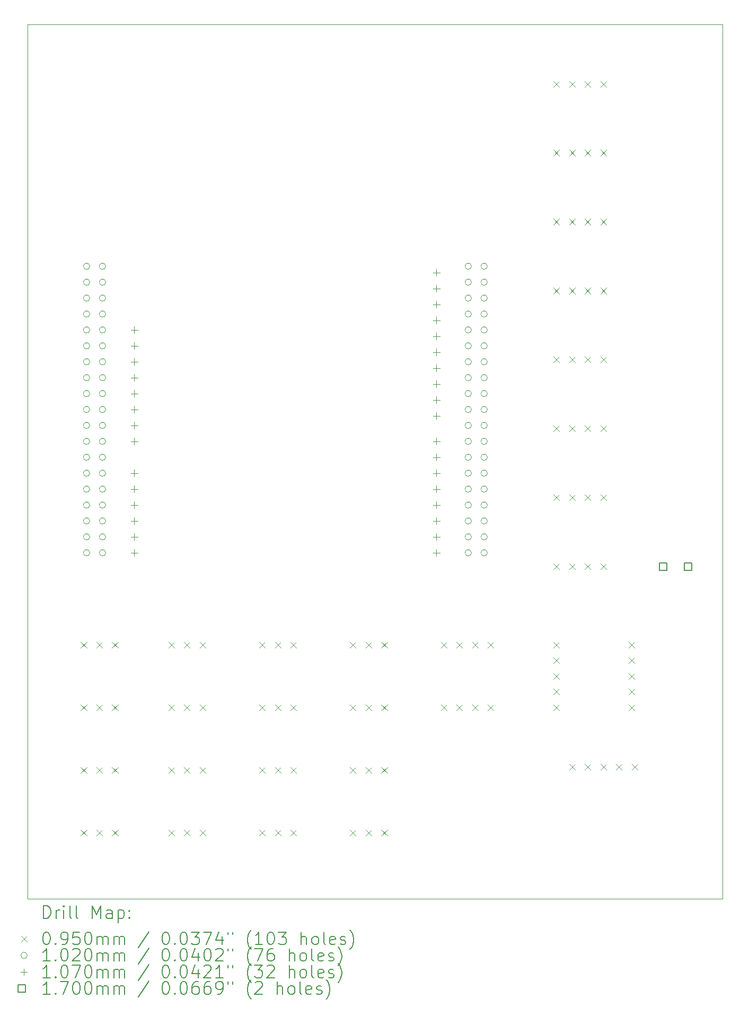
<source format=gbr>
%TF.GenerationSoftware,KiCad,Pcbnew,8.0.8*%
%TF.CreationDate,2025-02-19T12:15:52-05:00*%
%TF.ProjectId,capstone_pcb,63617073-746f-46e6-955f-7063622e6b69,rev?*%
%TF.SameCoordinates,Original*%
%TF.FileFunction,Drillmap*%
%TF.FilePolarity,Positive*%
%FSLAX45Y45*%
G04 Gerber Fmt 4.5, Leading zero omitted, Abs format (unit mm)*
G04 Created by KiCad (PCBNEW 8.0.8) date 2025-02-19 12:15:52*
%MOMM*%
%LPD*%
G01*
G04 APERTURE LIST*
%ADD10C,0.050000*%
%ADD11C,0.200000*%
%ADD12C,0.100000*%
%ADD13C,0.102000*%
%ADD14C,0.107000*%
%ADD15C,0.170000*%
G04 APERTURE END LIST*
D10*
X9850000Y-3400000D02*
X20950000Y-3400000D01*
X20950000Y-17350000D01*
X9850000Y-17350000D01*
X9850000Y-3400000D01*
D11*
D12*
X10702500Y-13252500D02*
X10797500Y-13347500D01*
X10797500Y-13252500D02*
X10702500Y-13347500D01*
X10702500Y-14252500D02*
X10797500Y-14347500D01*
X10797500Y-14252500D02*
X10702500Y-14347500D01*
X10702500Y-15252500D02*
X10797500Y-15347500D01*
X10797500Y-15252500D02*
X10702500Y-15347500D01*
X10702500Y-16252500D02*
X10797500Y-16347500D01*
X10797500Y-16252500D02*
X10702500Y-16347500D01*
X10952500Y-13252500D02*
X11047500Y-13347500D01*
X11047500Y-13252500D02*
X10952500Y-13347500D01*
X10952500Y-14252500D02*
X11047500Y-14347500D01*
X11047500Y-14252500D02*
X10952500Y-14347500D01*
X10952500Y-15252500D02*
X11047500Y-15347500D01*
X11047500Y-15252500D02*
X10952500Y-15347500D01*
X10952500Y-16252500D02*
X11047500Y-16347500D01*
X11047500Y-16252500D02*
X10952500Y-16347500D01*
X11202500Y-13252500D02*
X11297500Y-13347500D01*
X11297500Y-13252500D02*
X11202500Y-13347500D01*
X11202500Y-14252500D02*
X11297500Y-14347500D01*
X11297500Y-14252500D02*
X11202500Y-14347500D01*
X11202500Y-15252500D02*
X11297500Y-15347500D01*
X11297500Y-15252500D02*
X11202500Y-15347500D01*
X11202500Y-16252500D02*
X11297500Y-16347500D01*
X11297500Y-16252500D02*
X11202500Y-16347500D01*
X12102500Y-13252500D02*
X12197500Y-13347500D01*
X12197500Y-13252500D02*
X12102500Y-13347500D01*
X12102500Y-14252500D02*
X12197500Y-14347500D01*
X12197500Y-14252500D02*
X12102500Y-14347500D01*
X12102500Y-15252500D02*
X12197500Y-15347500D01*
X12197500Y-15252500D02*
X12102500Y-15347500D01*
X12102500Y-16252500D02*
X12197500Y-16347500D01*
X12197500Y-16252500D02*
X12102500Y-16347500D01*
X12352500Y-13252500D02*
X12447500Y-13347500D01*
X12447500Y-13252500D02*
X12352500Y-13347500D01*
X12352500Y-14252500D02*
X12447500Y-14347500D01*
X12447500Y-14252500D02*
X12352500Y-14347500D01*
X12352500Y-15252500D02*
X12447500Y-15347500D01*
X12447500Y-15252500D02*
X12352500Y-15347500D01*
X12352500Y-16252500D02*
X12447500Y-16347500D01*
X12447500Y-16252500D02*
X12352500Y-16347500D01*
X12602500Y-13252500D02*
X12697500Y-13347500D01*
X12697500Y-13252500D02*
X12602500Y-13347500D01*
X12602500Y-14252500D02*
X12697500Y-14347500D01*
X12697500Y-14252500D02*
X12602500Y-14347500D01*
X12602500Y-15252500D02*
X12697500Y-15347500D01*
X12697500Y-15252500D02*
X12602500Y-15347500D01*
X12602500Y-16252500D02*
X12697500Y-16347500D01*
X12697500Y-16252500D02*
X12602500Y-16347500D01*
X13552500Y-13252500D02*
X13647500Y-13347500D01*
X13647500Y-13252500D02*
X13552500Y-13347500D01*
X13552500Y-14252500D02*
X13647500Y-14347500D01*
X13647500Y-14252500D02*
X13552500Y-14347500D01*
X13552500Y-15252500D02*
X13647500Y-15347500D01*
X13647500Y-15252500D02*
X13552500Y-15347500D01*
X13552500Y-16252500D02*
X13647500Y-16347500D01*
X13647500Y-16252500D02*
X13552500Y-16347500D01*
X13802500Y-13252500D02*
X13897500Y-13347500D01*
X13897500Y-13252500D02*
X13802500Y-13347500D01*
X13802500Y-14252500D02*
X13897500Y-14347500D01*
X13897500Y-14252500D02*
X13802500Y-14347500D01*
X13802500Y-15252500D02*
X13897500Y-15347500D01*
X13897500Y-15252500D02*
X13802500Y-15347500D01*
X13802500Y-16252500D02*
X13897500Y-16347500D01*
X13897500Y-16252500D02*
X13802500Y-16347500D01*
X14052500Y-13252500D02*
X14147500Y-13347500D01*
X14147500Y-13252500D02*
X14052500Y-13347500D01*
X14052500Y-14252500D02*
X14147500Y-14347500D01*
X14147500Y-14252500D02*
X14052500Y-14347500D01*
X14052500Y-15252500D02*
X14147500Y-15347500D01*
X14147500Y-15252500D02*
X14052500Y-15347500D01*
X14052500Y-16252500D02*
X14147500Y-16347500D01*
X14147500Y-16252500D02*
X14052500Y-16347500D01*
X15002500Y-13252500D02*
X15097500Y-13347500D01*
X15097500Y-13252500D02*
X15002500Y-13347500D01*
X15002500Y-14252500D02*
X15097500Y-14347500D01*
X15097500Y-14252500D02*
X15002500Y-14347500D01*
X15002500Y-15252500D02*
X15097500Y-15347500D01*
X15097500Y-15252500D02*
X15002500Y-15347500D01*
X15002500Y-16252500D02*
X15097500Y-16347500D01*
X15097500Y-16252500D02*
X15002500Y-16347500D01*
X15252500Y-13252500D02*
X15347500Y-13347500D01*
X15347500Y-13252500D02*
X15252500Y-13347500D01*
X15252500Y-14252500D02*
X15347500Y-14347500D01*
X15347500Y-14252500D02*
X15252500Y-14347500D01*
X15252500Y-15252500D02*
X15347500Y-15347500D01*
X15347500Y-15252500D02*
X15252500Y-15347500D01*
X15252500Y-16252500D02*
X15347500Y-16347500D01*
X15347500Y-16252500D02*
X15252500Y-16347500D01*
X15502500Y-13252500D02*
X15597500Y-13347500D01*
X15597500Y-13252500D02*
X15502500Y-13347500D01*
X15502500Y-14252500D02*
X15597500Y-14347500D01*
X15597500Y-14252500D02*
X15502500Y-14347500D01*
X15502500Y-15252500D02*
X15597500Y-15347500D01*
X15597500Y-15252500D02*
X15502500Y-15347500D01*
X15502500Y-16252500D02*
X15597500Y-16347500D01*
X15597500Y-16252500D02*
X15502500Y-16347500D01*
X16452500Y-13252500D02*
X16547500Y-13347500D01*
X16547500Y-13252500D02*
X16452500Y-13347500D01*
X16452500Y-14252500D02*
X16547500Y-14347500D01*
X16547500Y-14252500D02*
X16452500Y-14347500D01*
X16702500Y-13252500D02*
X16797500Y-13347500D01*
X16797500Y-13252500D02*
X16702500Y-13347500D01*
X16702500Y-14252500D02*
X16797500Y-14347500D01*
X16797500Y-14252500D02*
X16702500Y-14347500D01*
X16952500Y-13252500D02*
X17047500Y-13347500D01*
X17047500Y-13252500D02*
X16952500Y-13347500D01*
X16952500Y-14252500D02*
X17047500Y-14347500D01*
X17047500Y-14252500D02*
X16952500Y-14347500D01*
X17202500Y-13252500D02*
X17297500Y-13347500D01*
X17297500Y-13252500D02*
X17202500Y-13347500D01*
X17202500Y-14252500D02*
X17297500Y-14347500D01*
X17297500Y-14252500D02*
X17202500Y-14347500D01*
X18252500Y-4302500D02*
X18347500Y-4397500D01*
X18347500Y-4302500D02*
X18252500Y-4397500D01*
X18252500Y-5402500D02*
X18347500Y-5497500D01*
X18347500Y-5402500D02*
X18252500Y-5497500D01*
X18252500Y-6502500D02*
X18347500Y-6597500D01*
X18347500Y-6502500D02*
X18252500Y-6597500D01*
X18252500Y-7602500D02*
X18347500Y-7697500D01*
X18347500Y-7602500D02*
X18252500Y-7697500D01*
X18252500Y-8702500D02*
X18347500Y-8797500D01*
X18347500Y-8702500D02*
X18252500Y-8797500D01*
X18252500Y-9802500D02*
X18347500Y-9897500D01*
X18347500Y-9802500D02*
X18252500Y-9897500D01*
X18252500Y-10902500D02*
X18347500Y-10997500D01*
X18347500Y-10902500D02*
X18252500Y-10997500D01*
X18252500Y-12002500D02*
X18347500Y-12097500D01*
X18347500Y-12002500D02*
X18252500Y-12097500D01*
X18252500Y-13252500D02*
X18347500Y-13347500D01*
X18347500Y-13252500D02*
X18252500Y-13347500D01*
X18252500Y-13502500D02*
X18347500Y-13597500D01*
X18347500Y-13502500D02*
X18252500Y-13597500D01*
X18252500Y-13752500D02*
X18347500Y-13847500D01*
X18347500Y-13752500D02*
X18252500Y-13847500D01*
X18252500Y-14002500D02*
X18347500Y-14097500D01*
X18347500Y-14002500D02*
X18252500Y-14097500D01*
X18252500Y-14252500D02*
X18347500Y-14347500D01*
X18347500Y-14252500D02*
X18252500Y-14347500D01*
X18502500Y-4302500D02*
X18597500Y-4397500D01*
X18597500Y-4302500D02*
X18502500Y-4397500D01*
X18502500Y-5402500D02*
X18597500Y-5497500D01*
X18597500Y-5402500D02*
X18502500Y-5497500D01*
X18502500Y-6502500D02*
X18597500Y-6597500D01*
X18597500Y-6502500D02*
X18502500Y-6597500D01*
X18502500Y-7602500D02*
X18597500Y-7697500D01*
X18597500Y-7602500D02*
X18502500Y-7697500D01*
X18502500Y-8702500D02*
X18597500Y-8797500D01*
X18597500Y-8702500D02*
X18502500Y-8797500D01*
X18502500Y-9802500D02*
X18597500Y-9897500D01*
X18597500Y-9802500D02*
X18502500Y-9897500D01*
X18502500Y-10902500D02*
X18597500Y-10997500D01*
X18597500Y-10902500D02*
X18502500Y-10997500D01*
X18502500Y-12002500D02*
X18597500Y-12097500D01*
X18597500Y-12002500D02*
X18502500Y-12097500D01*
X18502500Y-15202500D02*
X18597500Y-15297500D01*
X18597500Y-15202500D02*
X18502500Y-15297500D01*
X18752500Y-4302500D02*
X18847500Y-4397500D01*
X18847500Y-4302500D02*
X18752500Y-4397500D01*
X18752500Y-5402500D02*
X18847500Y-5497500D01*
X18847500Y-5402500D02*
X18752500Y-5497500D01*
X18752500Y-6502500D02*
X18847500Y-6597500D01*
X18847500Y-6502500D02*
X18752500Y-6597500D01*
X18752500Y-7602500D02*
X18847500Y-7697500D01*
X18847500Y-7602500D02*
X18752500Y-7697500D01*
X18752500Y-8702500D02*
X18847500Y-8797500D01*
X18847500Y-8702500D02*
X18752500Y-8797500D01*
X18752500Y-9802500D02*
X18847500Y-9897500D01*
X18847500Y-9802500D02*
X18752500Y-9897500D01*
X18752500Y-10902500D02*
X18847500Y-10997500D01*
X18847500Y-10902500D02*
X18752500Y-10997500D01*
X18752500Y-12002500D02*
X18847500Y-12097500D01*
X18847500Y-12002500D02*
X18752500Y-12097500D01*
X18752500Y-15202500D02*
X18847500Y-15297500D01*
X18847500Y-15202500D02*
X18752500Y-15297500D01*
X19002500Y-4302500D02*
X19097500Y-4397500D01*
X19097500Y-4302500D02*
X19002500Y-4397500D01*
X19002500Y-5402500D02*
X19097500Y-5497500D01*
X19097500Y-5402500D02*
X19002500Y-5497500D01*
X19002500Y-6502500D02*
X19097500Y-6597500D01*
X19097500Y-6502500D02*
X19002500Y-6597500D01*
X19002500Y-7602500D02*
X19097500Y-7697500D01*
X19097500Y-7602500D02*
X19002500Y-7697500D01*
X19002500Y-8702500D02*
X19097500Y-8797500D01*
X19097500Y-8702500D02*
X19002500Y-8797500D01*
X19002500Y-9802500D02*
X19097500Y-9897500D01*
X19097500Y-9802500D02*
X19002500Y-9897500D01*
X19002500Y-10902500D02*
X19097500Y-10997500D01*
X19097500Y-10902500D02*
X19002500Y-10997500D01*
X19002500Y-12002500D02*
X19097500Y-12097500D01*
X19097500Y-12002500D02*
X19002500Y-12097500D01*
X19002500Y-15202500D02*
X19097500Y-15297500D01*
X19097500Y-15202500D02*
X19002500Y-15297500D01*
X19252500Y-15202500D02*
X19347500Y-15297500D01*
X19347500Y-15202500D02*
X19252500Y-15297500D01*
X19452500Y-13252500D02*
X19547500Y-13347500D01*
X19547500Y-13252500D02*
X19452500Y-13347500D01*
X19452500Y-13502500D02*
X19547500Y-13597500D01*
X19547500Y-13502500D02*
X19452500Y-13597500D01*
X19452500Y-13752500D02*
X19547500Y-13847500D01*
X19547500Y-13752500D02*
X19452500Y-13847500D01*
X19452500Y-14002500D02*
X19547500Y-14097500D01*
X19547500Y-14002500D02*
X19452500Y-14097500D01*
X19452500Y-14252500D02*
X19547500Y-14347500D01*
X19547500Y-14252500D02*
X19452500Y-14347500D01*
X19502500Y-15202500D02*
X19597500Y-15297500D01*
X19597500Y-15202500D02*
X19502500Y-15297500D01*
D13*
X10846000Y-7259000D02*
G75*
G02*
X10744000Y-7259000I-51000J0D01*
G01*
X10744000Y-7259000D02*
G75*
G02*
X10846000Y-7259000I51000J0D01*
G01*
X10846000Y-7513000D02*
G75*
G02*
X10744000Y-7513000I-51000J0D01*
G01*
X10744000Y-7513000D02*
G75*
G02*
X10846000Y-7513000I51000J0D01*
G01*
X10846000Y-7767000D02*
G75*
G02*
X10744000Y-7767000I-51000J0D01*
G01*
X10744000Y-7767000D02*
G75*
G02*
X10846000Y-7767000I51000J0D01*
G01*
X10846000Y-8021000D02*
G75*
G02*
X10744000Y-8021000I-51000J0D01*
G01*
X10744000Y-8021000D02*
G75*
G02*
X10846000Y-8021000I51000J0D01*
G01*
X10846000Y-8275000D02*
G75*
G02*
X10744000Y-8275000I-51000J0D01*
G01*
X10744000Y-8275000D02*
G75*
G02*
X10846000Y-8275000I51000J0D01*
G01*
X10846000Y-8529000D02*
G75*
G02*
X10744000Y-8529000I-51000J0D01*
G01*
X10744000Y-8529000D02*
G75*
G02*
X10846000Y-8529000I51000J0D01*
G01*
X10846000Y-8783000D02*
G75*
G02*
X10744000Y-8783000I-51000J0D01*
G01*
X10744000Y-8783000D02*
G75*
G02*
X10846000Y-8783000I51000J0D01*
G01*
X10846000Y-9037000D02*
G75*
G02*
X10744000Y-9037000I-51000J0D01*
G01*
X10744000Y-9037000D02*
G75*
G02*
X10846000Y-9037000I51000J0D01*
G01*
X10846000Y-9291000D02*
G75*
G02*
X10744000Y-9291000I-51000J0D01*
G01*
X10744000Y-9291000D02*
G75*
G02*
X10846000Y-9291000I51000J0D01*
G01*
X10846000Y-9545000D02*
G75*
G02*
X10744000Y-9545000I-51000J0D01*
G01*
X10744000Y-9545000D02*
G75*
G02*
X10846000Y-9545000I51000J0D01*
G01*
X10846000Y-9799000D02*
G75*
G02*
X10744000Y-9799000I-51000J0D01*
G01*
X10744000Y-9799000D02*
G75*
G02*
X10846000Y-9799000I51000J0D01*
G01*
X10846000Y-10053000D02*
G75*
G02*
X10744000Y-10053000I-51000J0D01*
G01*
X10744000Y-10053000D02*
G75*
G02*
X10846000Y-10053000I51000J0D01*
G01*
X10846000Y-10307000D02*
G75*
G02*
X10744000Y-10307000I-51000J0D01*
G01*
X10744000Y-10307000D02*
G75*
G02*
X10846000Y-10307000I51000J0D01*
G01*
X10846000Y-10561000D02*
G75*
G02*
X10744000Y-10561000I-51000J0D01*
G01*
X10744000Y-10561000D02*
G75*
G02*
X10846000Y-10561000I51000J0D01*
G01*
X10846000Y-10815000D02*
G75*
G02*
X10744000Y-10815000I-51000J0D01*
G01*
X10744000Y-10815000D02*
G75*
G02*
X10846000Y-10815000I51000J0D01*
G01*
X10846000Y-11069000D02*
G75*
G02*
X10744000Y-11069000I-51000J0D01*
G01*
X10744000Y-11069000D02*
G75*
G02*
X10846000Y-11069000I51000J0D01*
G01*
X10846000Y-11323000D02*
G75*
G02*
X10744000Y-11323000I-51000J0D01*
G01*
X10744000Y-11323000D02*
G75*
G02*
X10846000Y-11323000I51000J0D01*
G01*
X10846000Y-11577000D02*
G75*
G02*
X10744000Y-11577000I-51000J0D01*
G01*
X10744000Y-11577000D02*
G75*
G02*
X10846000Y-11577000I51000J0D01*
G01*
X10846000Y-11831000D02*
G75*
G02*
X10744000Y-11831000I-51000J0D01*
G01*
X10744000Y-11831000D02*
G75*
G02*
X10846000Y-11831000I51000J0D01*
G01*
X11100000Y-7259000D02*
G75*
G02*
X10998000Y-7259000I-51000J0D01*
G01*
X10998000Y-7259000D02*
G75*
G02*
X11100000Y-7259000I51000J0D01*
G01*
X11100000Y-7513000D02*
G75*
G02*
X10998000Y-7513000I-51000J0D01*
G01*
X10998000Y-7513000D02*
G75*
G02*
X11100000Y-7513000I51000J0D01*
G01*
X11100000Y-7767000D02*
G75*
G02*
X10998000Y-7767000I-51000J0D01*
G01*
X10998000Y-7767000D02*
G75*
G02*
X11100000Y-7767000I51000J0D01*
G01*
X11100000Y-8021000D02*
G75*
G02*
X10998000Y-8021000I-51000J0D01*
G01*
X10998000Y-8021000D02*
G75*
G02*
X11100000Y-8021000I51000J0D01*
G01*
X11100000Y-8275000D02*
G75*
G02*
X10998000Y-8275000I-51000J0D01*
G01*
X10998000Y-8275000D02*
G75*
G02*
X11100000Y-8275000I51000J0D01*
G01*
X11100000Y-8529000D02*
G75*
G02*
X10998000Y-8529000I-51000J0D01*
G01*
X10998000Y-8529000D02*
G75*
G02*
X11100000Y-8529000I51000J0D01*
G01*
X11100000Y-8783000D02*
G75*
G02*
X10998000Y-8783000I-51000J0D01*
G01*
X10998000Y-8783000D02*
G75*
G02*
X11100000Y-8783000I51000J0D01*
G01*
X11100000Y-9037000D02*
G75*
G02*
X10998000Y-9037000I-51000J0D01*
G01*
X10998000Y-9037000D02*
G75*
G02*
X11100000Y-9037000I51000J0D01*
G01*
X11100000Y-9291000D02*
G75*
G02*
X10998000Y-9291000I-51000J0D01*
G01*
X10998000Y-9291000D02*
G75*
G02*
X11100000Y-9291000I51000J0D01*
G01*
X11100000Y-9545000D02*
G75*
G02*
X10998000Y-9545000I-51000J0D01*
G01*
X10998000Y-9545000D02*
G75*
G02*
X11100000Y-9545000I51000J0D01*
G01*
X11100000Y-9799000D02*
G75*
G02*
X10998000Y-9799000I-51000J0D01*
G01*
X10998000Y-9799000D02*
G75*
G02*
X11100000Y-9799000I51000J0D01*
G01*
X11100000Y-10053000D02*
G75*
G02*
X10998000Y-10053000I-51000J0D01*
G01*
X10998000Y-10053000D02*
G75*
G02*
X11100000Y-10053000I51000J0D01*
G01*
X11100000Y-10307000D02*
G75*
G02*
X10998000Y-10307000I-51000J0D01*
G01*
X10998000Y-10307000D02*
G75*
G02*
X11100000Y-10307000I51000J0D01*
G01*
X11100000Y-10561000D02*
G75*
G02*
X10998000Y-10561000I-51000J0D01*
G01*
X10998000Y-10561000D02*
G75*
G02*
X11100000Y-10561000I51000J0D01*
G01*
X11100000Y-10815000D02*
G75*
G02*
X10998000Y-10815000I-51000J0D01*
G01*
X10998000Y-10815000D02*
G75*
G02*
X11100000Y-10815000I51000J0D01*
G01*
X11100000Y-11069000D02*
G75*
G02*
X10998000Y-11069000I-51000J0D01*
G01*
X10998000Y-11069000D02*
G75*
G02*
X11100000Y-11069000I51000J0D01*
G01*
X11100000Y-11323000D02*
G75*
G02*
X10998000Y-11323000I-51000J0D01*
G01*
X10998000Y-11323000D02*
G75*
G02*
X11100000Y-11323000I51000J0D01*
G01*
X11100000Y-11577000D02*
G75*
G02*
X10998000Y-11577000I-51000J0D01*
G01*
X10998000Y-11577000D02*
G75*
G02*
X11100000Y-11577000I51000J0D01*
G01*
X11100000Y-11831000D02*
G75*
G02*
X10998000Y-11831000I-51000J0D01*
G01*
X10998000Y-11831000D02*
G75*
G02*
X11100000Y-11831000I51000J0D01*
G01*
X16942000Y-7259000D02*
G75*
G02*
X16840000Y-7259000I-51000J0D01*
G01*
X16840000Y-7259000D02*
G75*
G02*
X16942000Y-7259000I51000J0D01*
G01*
X16942000Y-7513000D02*
G75*
G02*
X16840000Y-7513000I-51000J0D01*
G01*
X16840000Y-7513000D02*
G75*
G02*
X16942000Y-7513000I51000J0D01*
G01*
X16942000Y-7767000D02*
G75*
G02*
X16840000Y-7767000I-51000J0D01*
G01*
X16840000Y-7767000D02*
G75*
G02*
X16942000Y-7767000I51000J0D01*
G01*
X16942000Y-8021000D02*
G75*
G02*
X16840000Y-8021000I-51000J0D01*
G01*
X16840000Y-8021000D02*
G75*
G02*
X16942000Y-8021000I51000J0D01*
G01*
X16942000Y-8275000D02*
G75*
G02*
X16840000Y-8275000I-51000J0D01*
G01*
X16840000Y-8275000D02*
G75*
G02*
X16942000Y-8275000I51000J0D01*
G01*
X16942000Y-8529000D02*
G75*
G02*
X16840000Y-8529000I-51000J0D01*
G01*
X16840000Y-8529000D02*
G75*
G02*
X16942000Y-8529000I51000J0D01*
G01*
X16942000Y-8783000D02*
G75*
G02*
X16840000Y-8783000I-51000J0D01*
G01*
X16840000Y-8783000D02*
G75*
G02*
X16942000Y-8783000I51000J0D01*
G01*
X16942000Y-9037000D02*
G75*
G02*
X16840000Y-9037000I-51000J0D01*
G01*
X16840000Y-9037000D02*
G75*
G02*
X16942000Y-9037000I51000J0D01*
G01*
X16942000Y-9291000D02*
G75*
G02*
X16840000Y-9291000I-51000J0D01*
G01*
X16840000Y-9291000D02*
G75*
G02*
X16942000Y-9291000I51000J0D01*
G01*
X16942000Y-9545000D02*
G75*
G02*
X16840000Y-9545000I-51000J0D01*
G01*
X16840000Y-9545000D02*
G75*
G02*
X16942000Y-9545000I51000J0D01*
G01*
X16942000Y-9799000D02*
G75*
G02*
X16840000Y-9799000I-51000J0D01*
G01*
X16840000Y-9799000D02*
G75*
G02*
X16942000Y-9799000I51000J0D01*
G01*
X16942000Y-10053000D02*
G75*
G02*
X16840000Y-10053000I-51000J0D01*
G01*
X16840000Y-10053000D02*
G75*
G02*
X16942000Y-10053000I51000J0D01*
G01*
X16942000Y-10307000D02*
G75*
G02*
X16840000Y-10307000I-51000J0D01*
G01*
X16840000Y-10307000D02*
G75*
G02*
X16942000Y-10307000I51000J0D01*
G01*
X16942000Y-10561000D02*
G75*
G02*
X16840000Y-10561000I-51000J0D01*
G01*
X16840000Y-10561000D02*
G75*
G02*
X16942000Y-10561000I51000J0D01*
G01*
X16942000Y-10815000D02*
G75*
G02*
X16840000Y-10815000I-51000J0D01*
G01*
X16840000Y-10815000D02*
G75*
G02*
X16942000Y-10815000I51000J0D01*
G01*
X16942000Y-11069000D02*
G75*
G02*
X16840000Y-11069000I-51000J0D01*
G01*
X16840000Y-11069000D02*
G75*
G02*
X16942000Y-11069000I51000J0D01*
G01*
X16942000Y-11323000D02*
G75*
G02*
X16840000Y-11323000I-51000J0D01*
G01*
X16840000Y-11323000D02*
G75*
G02*
X16942000Y-11323000I51000J0D01*
G01*
X16942000Y-11577000D02*
G75*
G02*
X16840000Y-11577000I-51000J0D01*
G01*
X16840000Y-11577000D02*
G75*
G02*
X16942000Y-11577000I51000J0D01*
G01*
X16942000Y-11831000D02*
G75*
G02*
X16840000Y-11831000I-51000J0D01*
G01*
X16840000Y-11831000D02*
G75*
G02*
X16942000Y-11831000I51000J0D01*
G01*
X17196000Y-7259000D02*
G75*
G02*
X17094000Y-7259000I-51000J0D01*
G01*
X17094000Y-7259000D02*
G75*
G02*
X17196000Y-7259000I51000J0D01*
G01*
X17196000Y-7513000D02*
G75*
G02*
X17094000Y-7513000I-51000J0D01*
G01*
X17094000Y-7513000D02*
G75*
G02*
X17196000Y-7513000I51000J0D01*
G01*
X17196000Y-7767000D02*
G75*
G02*
X17094000Y-7767000I-51000J0D01*
G01*
X17094000Y-7767000D02*
G75*
G02*
X17196000Y-7767000I51000J0D01*
G01*
X17196000Y-8021000D02*
G75*
G02*
X17094000Y-8021000I-51000J0D01*
G01*
X17094000Y-8021000D02*
G75*
G02*
X17196000Y-8021000I51000J0D01*
G01*
X17196000Y-8275000D02*
G75*
G02*
X17094000Y-8275000I-51000J0D01*
G01*
X17094000Y-8275000D02*
G75*
G02*
X17196000Y-8275000I51000J0D01*
G01*
X17196000Y-8529000D02*
G75*
G02*
X17094000Y-8529000I-51000J0D01*
G01*
X17094000Y-8529000D02*
G75*
G02*
X17196000Y-8529000I51000J0D01*
G01*
X17196000Y-8783000D02*
G75*
G02*
X17094000Y-8783000I-51000J0D01*
G01*
X17094000Y-8783000D02*
G75*
G02*
X17196000Y-8783000I51000J0D01*
G01*
X17196000Y-9037000D02*
G75*
G02*
X17094000Y-9037000I-51000J0D01*
G01*
X17094000Y-9037000D02*
G75*
G02*
X17196000Y-9037000I51000J0D01*
G01*
X17196000Y-9291000D02*
G75*
G02*
X17094000Y-9291000I-51000J0D01*
G01*
X17094000Y-9291000D02*
G75*
G02*
X17196000Y-9291000I51000J0D01*
G01*
X17196000Y-9545000D02*
G75*
G02*
X17094000Y-9545000I-51000J0D01*
G01*
X17094000Y-9545000D02*
G75*
G02*
X17196000Y-9545000I51000J0D01*
G01*
X17196000Y-9799000D02*
G75*
G02*
X17094000Y-9799000I-51000J0D01*
G01*
X17094000Y-9799000D02*
G75*
G02*
X17196000Y-9799000I51000J0D01*
G01*
X17196000Y-10053000D02*
G75*
G02*
X17094000Y-10053000I-51000J0D01*
G01*
X17094000Y-10053000D02*
G75*
G02*
X17196000Y-10053000I51000J0D01*
G01*
X17196000Y-10307000D02*
G75*
G02*
X17094000Y-10307000I-51000J0D01*
G01*
X17094000Y-10307000D02*
G75*
G02*
X17196000Y-10307000I51000J0D01*
G01*
X17196000Y-10561000D02*
G75*
G02*
X17094000Y-10561000I-51000J0D01*
G01*
X17094000Y-10561000D02*
G75*
G02*
X17196000Y-10561000I51000J0D01*
G01*
X17196000Y-10815000D02*
G75*
G02*
X17094000Y-10815000I-51000J0D01*
G01*
X17094000Y-10815000D02*
G75*
G02*
X17196000Y-10815000I51000J0D01*
G01*
X17196000Y-11069000D02*
G75*
G02*
X17094000Y-11069000I-51000J0D01*
G01*
X17094000Y-11069000D02*
G75*
G02*
X17196000Y-11069000I51000J0D01*
G01*
X17196000Y-11323000D02*
G75*
G02*
X17094000Y-11323000I-51000J0D01*
G01*
X17094000Y-11323000D02*
G75*
G02*
X17196000Y-11323000I51000J0D01*
G01*
X17196000Y-11577000D02*
G75*
G02*
X17094000Y-11577000I-51000J0D01*
G01*
X17094000Y-11577000D02*
G75*
G02*
X17196000Y-11577000I51000J0D01*
G01*
X17196000Y-11831000D02*
G75*
G02*
X17094000Y-11831000I-51000J0D01*
G01*
X17094000Y-11831000D02*
G75*
G02*
X17196000Y-11831000I51000J0D01*
G01*
D14*
X11557000Y-8221500D02*
X11557000Y-8328500D01*
X11503500Y-8275000D02*
X11610500Y-8275000D01*
X11557000Y-8475500D02*
X11557000Y-8582500D01*
X11503500Y-8529000D02*
X11610500Y-8529000D01*
X11557000Y-8729500D02*
X11557000Y-8836500D01*
X11503500Y-8783000D02*
X11610500Y-8783000D01*
X11557000Y-8983500D02*
X11557000Y-9090500D01*
X11503500Y-9037000D02*
X11610500Y-9037000D01*
X11557000Y-9237500D02*
X11557000Y-9344500D01*
X11503500Y-9291000D02*
X11610500Y-9291000D01*
X11557000Y-9491500D02*
X11557000Y-9598500D01*
X11503500Y-9545000D02*
X11610500Y-9545000D01*
X11557000Y-9745500D02*
X11557000Y-9852500D01*
X11503500Y-9799000D02*
X11610500Y-9799000D01*
X11557000Y-9999500D02*
X11557000Y-10106500D01*
X11503500Y-10053000D02*
X11610500Y-10053000D01*
X11557000Y-10507500D02*
X11557000Y-10614500D01*
X11503500Y-10561000D02*
X11610500Y-10561000D01*
X11557000Y-10761500D02*
X11557000Y-10868500D01*
X11503500Y-10815000D02*
X11610500Y-10815000D01*
X11557000Y-11015500D02*
X11557000Y-11122500D01*
X11503500Y-11069000D02*
X11610500Y-11069000D01*
X11557000Y-11269500D02*
X11557000Y-11376500D01*
X11503500Y-11323000D02*
X11610500Y-11323000D01*
X11557000Y-11523500D02*
X11557000Y-11630500D01*
X11503500Y-11577000D02*
X11610500Y-11577000D01*
X11557000Y-11777500D02*
X11557000Y-11884500D01*
X11503500Y-11831000D02*
X11610500Y-11831000D01*
X16383000Y-7307500D02*
X16383000Y-7414500D01*
X16329500Y-7361000D02*
X16436500Y-7361000D01*
X16383000Y-7561500D02*
X16383000Y-7668500D01*
X16329500Y-7615000D02*
X16436500Y-7615000D01*
X16383000Y-7815500D02*
X16383000Y-7922500D01*
X16329500Y-7869000D02*
X16436500Y-7869000D01*
X16383000Y-8069500D02*
X16383000Y-8176500D01*
X16329500Y-8123000D02*
X16436500Y-8123000D01*
X16383000Y-8323500D02*
X16383000Y-8430500D01*
X16329500Y-8377000D02*
X16436500Y-8377000D01*
X16383000Y-8577500D02*
X16383000Y-8684500D01*
X16329500Y-8631000D02*
X16436500Y-8631000D01*
X16383000Y-8831500D02*
X16383000Y-8938500D01*
X16329500Y-8885000D02*
X16436500Y-8885000D01*
X16383000Y-9085500D02*
X16383000Y-9192500D01*
X16329500Y-9139000D02*
X16436500Y-9139000D01*
X16383000Y-9339500D02*
X16383000Y-9446500D01*
X16329500Y-9393000D02*
X16436500Y-9393000D01*
X16383000Y-9593500D02*
X16383000Y-9700500D01*
X16329500Y-9647000D02*
X16436500Y-9647000D01*
X16383000Y-9999500D02*
X16383000Y-10106500D01*
X16329500Y-10053000D02*
X16436500Y-10053000D01*
X16383000Y-10253500D02*
X16383000Y-10360500D01*
X16329500Y-10307000D02*
X16436500Y-10307000D01*
X16383000Y-10507500D02*
X16383000Y-10614500D01*
X16329500Y-10561000D02*
X16436500Y-10561000D01*
X16383000Y-10761500D02*
X16383000Y-10868500D01*
X16329500Y-10815000D02*
X16436500Y-10815000D01*
X16383000Y-11015500D02*
X16383000Y-11122500D01*
X16329500Y-11069000D02*
X16436500Y-11069000D01*
X16383000Y-11269500D02*
X16383000Y-11376500D01*
X16329500Y-11323000D02*
X16436500Y-11323000D01*
X16383000Y-11523500D02*
X16383000Y-11630500D01*
X16329500Y-11577000D02*
X16436500Y-11577000D01*
X16383000Y-11777500D02*
X16383000Y-11884500D01*
X16329500Y-11831000D02*
X16436500Y-11831000D01*
D15*
X20064105Y-12110105D02*
X20064105Y-11989895D01*
X19943895Y-11989895D01*
X19943895Y-12110105D01*
X20064105Y-12110105D01*
X20460105Y-12110105D02*
X20460105Y-11989895D01*
X20339895Y-11989895D01*
X20339895Y-12110105D01*
X20460105Y-12110105D01*
D11*
X10108277Y-17663984D02*
X10108277Y-17463984D01*
X10108277Y-17463984D02*
X10155896Y-17463984D01*
X10155896Y-17463984D02*
X10184467Y-17473508D01*
X10184467Y-17473508D02*
X10203515Y-17492555D01*
X10203515Y-17492555D02*
X10213039Y-17511603D01*
X10213039Y-17511603D02*
X10222563Y-17549698D01*
X10222563Y-17549698D02*
X10222563Y-17578270D01*
X10222563Y-17578270D02*
X10213039Y-17616365D01*
X10213039Y-17616365D02*
X10203515Y-17635412D01*
X10203515Y-17635412D02*
X10184467Y-17654460D01*
X10184467Y-17654460D02*
X10155896Y-17663984D01*
X10155896Y-17663984D02*
X10108277Y-17663984D01*
X10308277Y-17663984D02*
X10308277Y-17530650D01*
X10308277Y-17568746D02*
X10317801Y-17549698D01*
X10317801Y-17549698D02*
X10327324Y-17540174D01*
X10327324Y-17540174D02*
X10346372Y-17530650D01*
X10346372Y-17530650D02*
X10365420Y-17530650D01*
X10432086Y-17663984D02*
X10432086Y-17530650D01*
X10432086Y-17463984D02*
X10422563Y-17473508D01*
X10422563Y-17473508D02*
X10432086Y-17483031D01*
X10432086Y-17483031D02*
X10441610Y-17473508D01*
X10441610Y-17473508D02*
X10432086Y-17463984D01*
X10432086Y-17463984D02*
X10432086Y-17483031D01*
X10555896Y-17663984D02*
X10536848Y-17654460D01*
X10536848Y-17654460D02*
X10527324Y-17635412D01*
X10527324Y-17635412D02*
X10527324Y-17463984D01*
X10660658Y-17663984D02*
X10641610Y-17654460D01*
X10641610Y-17654460D02*
X10632086Y-17635412D01*
X10632086Y-17635412D02*
X10632086Y-17463984D01*
X10889229Y-17663984D02*
X10889229Y-17463984D01*
X10889229Y-17463984D02*
X10955896Y-17606841D01*
X10955896Y-17606841D02*
X11022563Y-17463984D01*
X11022563Y-17463984D02*
X11022563Y-17663984D01*
X11203515Y-17663984D02*
X11203515Y-17559222D01*
X11203515Y-17559222D02*
X11193991Y-17540174D01*
X11193991Y-17540174D02*
X11174944Y-17530650D01*
X11174944Y-17530650D02*
X11136848Y-17530650D01*
X11136848Y-17530650D02*
X11117801Y-17540174D01*
X11203515Y-17654460D02*
X11184467Y-17663984D01*
X11184467Y-17663984D02*
X11136848Y-17663984D01*
X11136848Y-17663984D02*
X11117801Y-17654460D01*
X11117801Y-17654460D02*
X11108277Y-17635412D01*
X11108277Y-17635412D02*
X11108277Y-17616365D01*
X11108277Y-17616365D02*
X11117801Y-17597317D01*
X11117801Y-17597317D02*
X11136848Y-17587793D01*
X11136848Y-17587793D02*
X11184467Y-17587793D01*
X11184467Y-17587793D02*
X11203515Y-17578270D01*
X11298753Y-17530650D02*
X11298753Y-17730650D01*
X11298753Y-17540174D02*
X11317801Y-17530650D01*
X11317801Y-17530650D02*
X11355896Y-17530650D01*
X11355896Y-17530650D02*
X11374943Y-17540174D01*
X11374943Y-17540174D02*
X11384467Y-17549698D01*
X11384467Y-17549698D02*
X11393991Y-17568746D01*
X11393991Y-17568746D02*
X11393991Y-17625889D01*
X11393991Y-17625889D02*
X11384467Y-17644936D01*
X11384467Y-17644936D02*
X11374943Y-17654460D01*
X11374943Y-17654460D02*
X11355896Y-17663984D01*
X11355896Y-17663984D02*
X11317801Y-17663984D01*
X11317801Y-17663984D02*
X11298753Y-17654460D01*
X11479705Y-17644936D02*
X11489229Y-17654460D01*
X11489229Y-17654460D02*
X11479705Y-17663984D01*
X11479705Y-17663984D02*
X11470182Y-17654460D01*
X11470182Y-17654460D02*
X11479705Y-17644936D01*
X11479705Y-17644936D02*
X11479705Y-17663984D01*
X11479705Y-17540174D02*
X11489229Y-17549698D01*
X11489229Y-17549698D02*
X11479705Y-17559222D01*
X11479705Y-17559222D02*
X11470182Y-17549698D01*
X11470182Y-17549698D02*
X11479705Y-17540174D01*
X11479705Y-17540174D02*
X11479705Y-17559222D01*
D12*
X9752500Y-17945000D02*
X9847500Y-18040000D01*
X9847500Y-17945000D02*
X9752500Y-18040000D01*
D11*
X10146372Y-17883984D02*
X10165420Y-17883984D01*
X10165420Y-17883984D02*
X10184467Y-17893508D01*
X10184467Y-17893508D02*
X10193991Y-17903031D01*
X10193991Y-17903031D02*
X10203515Y-17922079D01*
X10203515Y-17922079D02*
X10213039Y-17960174D01*
X10213039Y-17960174D02*
X10213039Y-18007793D01*
X10213039Y-18007793D02*
X10203515Y-18045889D01*
X10203515Y-18045889D02*
X10193991Y-18064936D01*
X10193991Y-18064936D02*
X10184467Y-18074460D01*
X10184467Y-18074460D02*
X10165420Y-18083984D01*
X10165420Y-18083984D02*
X10146372Y-18083984D01*
X10146372Y-18083984D02*
X10127324Y-18074460D01*
X10127324Y-18074460D02*
X10117801Y-18064936D01*
X10117801Y-18064936D02*
X10108277Y-18045889D01*
X10108277Y-18045889D02*
X10098753Y-18007793D01*
X10098753Y-18007793D02*
X10098753Y-17960174D01*
X10098753Y-17960174D02*
X10108277Y-17922079D01*
X10108277Y-17922079D02*
X10117801Y-17903031D01*
X10117801Y-17903031D02*
X10127324Y-17893508D01*
X10127324Y-17893508D02*
X10146372Y-17883984D01*
X10298753Y-18064936D02*
X10308277Y-18074460D01*
X10308277Y-18074460D02*
X10298753Y-18083984D01*
X10298753Y-18083984D02*
X10289229Y-18074460D01*
X10289229Y-18074460D02*
X10298753Y-18064936D01*
X10298753Y-18064936D02*
X10298753Y-18083984D01*
X10403515Y-18083984D02*
X10441610Y-18083984D01*
X10441610Y-18083984D02*
X10460658Y-18074460D01*
X10460658Y-18074460D02*
X10470182Y-18064936D01*
X10470182Y-18064936D02*
X10489229Y-18036365D01*
X10489229Y-18036365D02*
X10498753Y-17998270D01*
X10498753Y-17998270D02*
X10498753Y-17922079D01*
X10498753Y-17922079D02*
X10489229Y-17903031D01*
X10489229Y-17903031D02*
X10479705Y-17893508D01*
X10479705Y-17893508D02*
X10460658Y-17883984D01*
X10460658Y-17883984D02*
X10422563Y-17883984D01*
X10422563Y-17883984D02*
X10403515Y-17893508D01*
X10403515Y-17893508D02*
X10393991Y-17903031D01*
X10393991Y-17903031D02*
X10384467Y-17922079D01*
X10384467Y-17922079D02*
X10384467Y-17969698D01*
X10384467Y-17969698D02*
X10393991Y-17988746D01*
X10393991Y-17988746D02*
X10403515Y-17998270D01*
X10403515Y-17998270D02*
X10422563Y-18007793D01*
X10422563Y-18007793D02*
X10460658Y-18007793D01*
X10460658Y-18007793D02*
X10479705Y-17998270D01*
X10479705Y-17998270D02*
X10489229Y-17988746D01*
X10489229Y-17988746D02*
X10498753Y-17969698D01*
X10679705Y-17883984D02*
X10584467Y-17883984D01*
X10584467Y-17883984D02*
X10574944Y-17979222D01*
X10574944Y-17979222D02*
X10584467Y-17969698D01*
X10584467Y-17969698D02*
X10603515Y-17960174D01*
X10603515Y-17960174D02*
X10651134Y-17960174D01*
X10651134Y-17960174D02*
X10670182Y-17969698D01*
X10670182Y-17969698D02*
X10679705Y-17979222D01*
X10679705Y-17979222D02*
X10689229Y-17998270D01*
X10689229Y-17998270D02*
X10689229Y-18045889D01*
X10689229Y-18045889D02*
X10679705Y-18064936D01*
X10679705Y-18064936D02*
X10670182Y-18074460D01*
X10670182Y-18074460D02*
X10651134Y-18083984D01*
X10651134Y-18083984D02*
X10603515Y-18083984D01*
X10603515Y-18083984D02*
X10584467Y-18074460D01*
X10584467Y-18074460D02*
X10574944Y-18064936D01*
X10813039Y-17883984D02*
X10832086Y-17883984D01*
X10832086Y-17883984D02*
X10851134Y-17893508D01*
X10851134Y-17893508D02*
X10860658Y-17903031D01*
X10860658Y-17903031D02*
X10870182Y-17922079D01*
X10870182Y-17922079D02*
X10879705Y-17960174D01*
X10879705Y-17960174D02*
X10879705Y-18007793D01*
X10879705Y-18007793D02*
X10870182Y-18045889D01*
X10870182Y-18045889D02*
X10860658Y-18064936D01*
X10860658Y-18064936D02*
X10851134Y-18074460D01*
X10851134Y-18074460D02*
X10832086Y-18083984D01*
X10832086Y-18083984D02*
X10813039Y-18083984D01*
X10813039Y-18083984D02*
X10793991Y-18074460D01*
X10793991Y-18074460D02*
X10784467Y-18064936D01*
X10784467Y-18064936D02*
X10774944Y-18045889D01*
X10774944Y-18045889D02*
X10765420Y-18007793D01*
X10765420Y-18007793D02*
X10765420Y-17960174D01*
X10765420Y-17960174D02*
X10774944Y-17922079D01*
X10774944Y-17922079D02*
X10784467Y-17903031D01*
X10784467Y-17903031D02*
X10793991Y-17893508D01*
X10793991Y-17893508D02*
X10813039Y-17883984D01*
X10965420Y-18083984D02*
X10965420Y-17950650D01*
X10965420Y-17969698D02*
X10974944Y-17960174D01*
X10974944Y-17960174D02*
X10993991Y-17950650D01*
X10993991Y-17950650D02*
X11022563Y-17950650D01*
X11022563Y-17950650D02*
X11041610Y-17960174D01*
X11041610Y-17960174D02*
X11051134Y-17979222D01*
X11051134Y-17979222D02*
X11051134Y-18083984D01*
X11051134Y-17979222D02*
X11060658Y-17960174D01*
X11060658Y-17960174D02*
X11079705Y-17950650D01*
X11079705Y-17950650D02*
X11108277Y-17950650D01*
X11108277Y-17950650D02*
X11127325Y-17960174D01*
X11127325Y-17960174D02*
X11136848Y-17979222D01*
X11136848Y-17979222D02*
X11136848Y-18083984D01*
X11232086Y-18083984D02*
X11232086Y-17950650D01*
X11232086Y-17969698D02*
X11241610Y-17960174D01*
X11241610Y-17960174D02*
X11260658Y-17950650D01*
X11260658Y-17950650D02*
X11289229Y-17950650D01*
X11289229Y-17950650D02*
X11308277Y-17960174D01*
X11308277Y-17960174D02*
X11317801Y-17979222D01*
X11317801Y-17979222D02*
X11317801Y-18083984D01*
X11317801Y-17979222D02*
X11327324Y-17960174D01*
X11327324Y-17960174D02*
X11346372Y-17950650D01*
X11346372Y-17950650D02*
X11374943Y-17950650D01*
X11374943Y-17950650D02*
X11393991Y-17960174D01*
X11393991Y-17960174D02*
X11403515Y-17979222D01*
X11403515Y-17979222D02*
X11403515Y-18083984D01*
X11793991Y-17874460D02*
X11622563Y-18131603D01*
X12051134Y-17883984D02*
X12070182Y-17883984D01*
X12070182Y-17883984D02*
X12089229Y-17893508D01*
X12089229Y-17893508D02*
X12098753Y-17903031D01*
X12098753Y-17903031D02*
X12108277Y-17922079D01*
X12108277Y-17922079D02*
X12117801Y-17960174D01*
X12117801Y-17960174D02*
X12117801Y-18007793D01*
X12117801Y-18007793D02*
X12108277Y-18045889D01*
X12108277Y-18045889D02*
X12098753Y-18064936D01*
X12098753Y-18064936D02*
X12089229Y-18074460D01*
X12089229Y-18074460D02*
X12070182Y-18083984D01*
X12070182Y-18083984D02*
X12051134Y-18083984D01*
X12051134Y-18083984D02*
X12032086Y-18074460D01*
X12032086Y-18074460D02*
X12022563Y-18064936D01*
X12022563Y-18064936D02*
X12013039Y-18045889D01*
X12013039Y-18045889D02*
X12003515Y-18007793D01*
X12003515Y-18007793D02*
X12003515Y-17960174D01*
X12003515Y-17960174D02*
X12013039Y-17922079D01*
X12013039Y-17922079D02*
X12022563Y-17903031D01*
X12022563Y-17903031D02*
X12032086Y-17893508D01*
X12032086Y-17893508D02*
X12051134Y-17883984D01*
X12203515Y-18064936D02*
X12213039Y-18074460D01*
X12213039Y-18074460D02*
X12203515Y-18083984D01*
X12203515Y-18083984D02*
X12193991Y-18074460D01*
X12193991Y-18074460D02*
X12203515Y-18064936D01*
X12203515Y-18064936D02*
X12203515Y-18083984D01*
X12336848Y-17883984D02*
X12355896Y-17883984D01*
X12355896Y-17883984D02*
X12374944Y-17893508D01*
X12374944Y-17893508D02*
X12384467Y-17903031D01*
X12384467Y-17903031D02*
X12393991Y-17922079D01*
X12393991Y-17922079D02*
X12403515Y-17960174D01*
X12403515Y-17960174D02*
X12403515Y-18007793D01*
X12403515Y-18007793D02*
X12393991Y-18045889D01*
X12393991Y-18045889D02*
X12384467Y-18064936D01*
X12384467Y-18064936D02*
X12374944Y-18074460D01*
X12374944Y-18074460D02*
X12355896Y-18083984D01*
X12355896Y-18083984D02*
X12336848Y-18083984D01*
X12336848Y-18083984D02*
X12317801Y-18074460D01*
X12317801Y-18074460D02*
X12308277Y-18064936D01*
X12308277Y-18064936D02*
X12298753Y-18045889D01*
X12298753Y-18045889D02*
X12289229Y-18007793D01*
X12289229Y-18007793D02*
X12289229Y-17960174D01*
X12289229Y-17960174D02*
X12298753Y-17922079D01*
X12298753Y-17922079D02*
X12308277Y-17903031D01*
X12308277Y-17903031D02*
X12317801Y-17893508D01*
X12317801Y-17893508D02*
X12336848Y-17883984D01*
X12470182Y-17883984D02*
X12593991Y-17883984D01*
X12593991Y-17883984D02*
X12527325Y-17960174D01*
X12527325Y-17960174D02*
X12555896Y-17960174D01*
X12555896Y-17960174D02*
X12574944Y-17969698D01*
X12574944Y-17969698D02*
X12584467Y-17979222D01*
X12584467Y-17979222D02*
X12593991Y-17998270D01*
X12593991Y-17998270D02*
X12593991Y-18045889D01*
X12593991Y-18045889D02*
X12584467Y-18064936D01*
X12584467Y-18064936D02*
X12574944Y-18074460D01*
X12574944Y-18074460D02*
X12555896Y-18083984D01*
X12555896Y-18083984D02*
X12498753Y-18083984D01*
X12498753Y-18083984D02*
X12479706Y-18074460D01*
X12479706Y-18074460D02*
X12470182Y-18064936D01*
X12660658Y-17883984D02*
X12793991Y-17883984D01*
X12793991Y-17883984D02*
X12708277Y-18083984D01*
X12955896Y-17950650D02*
X12955896Y-18083984D01*
X12908277Y-17874460D02*
X12860658Y-18017317D01*
X12860658Y-18017317D02*
X12984467Y-18017317D01*
X13051134Y-17883984D02*
X13051134Y-17922079D01*
X13127325Y-17883984D02*
X13127325Y-17922079D01*
X13422563Y-18160174D02*
X13413039Y-18150650D01*
X13413039Y-18150650D02*
X13393991Y-18122079D01*
X13393991Y-18122079D02*
X13384468Y-18103031D01*
X13384468Y-18103031D02*
X13374944Y-18074460D01*
X13374944Y-18074460D02*
X13365420Y-18026841D01*
X13365420Y-18026841D02*
X13365420Y-17988746D01*
X13365420Y-17988746D02*
X13374944Y-17941127D01*
X13374944Y-17941127D02*
X13384468Y-17912555D01*
X13384468Y-17912555D02*
X13393991Y-17893508D01*
X13393991Y-17893508D02*
X13413039Y-17864936D01*
X13413039Y-17864936D02*
X13422563Y-17855412D01*
X13603515Y-18083984D02*
X13489229Y-18083984D01*
X13546372Y-18083984D02*
X13546372Y-17883984D01*
X13546372Y-17883984D02*
X13527325Y-17912555D01*
X13527325Y-17912555D02*
X13508277Y-17931603D01*
X13508277Y-17931603D02*
X13489229Y-17941127D01*
X13727325Y-17883984D02*
X13746372Y-17883984D01*
X13746372Y-17883984D02*
X13765420Y-17893508D01*
X13765420Y-17893508D02*
X13774944Y-17903031D01*
X13774944Y-17903031D02*
X13784468Y-17922079D01*
X13784468Y-17922079D02*
X13793991Y-17960174D01*
X13793991Y-17960174D02*
X13793991Y-18007793D01*
X13793991Y-18007793D02*
X13784468Y-18045889D01*
X13784468Y-18045889D02*
X13774944Y-18064936D01*
X13774944Y-18064936D02*
X13765420Y-18074460D01*
X13765420Y-18074460D02*
X13746372Y-18083984D01*
X13746372Y-18083984D02*
X13727325Y-18083984D01*
X13727325Y-18083984D02*
X13708277Y-18074460D01*
X13708277Y-18074460D02*
X13698753Y-18064936D01*
X13698753Y-18064936D02*
X13689229Y-18045889D01*
X13689229Y-18045889D02*
X13679706Y-18007793D01*
X13679706Y-18007793D02*
X13679706Y-17960174D01*
X13679706Y-17960174D02*
X13689229Y-17922079D01*
X13689229Y-17922079D02*
X13698753Y-17903031D01*
X13698753Y-17903031D02*
X13708277Y-17893508D01*
X13708277Y-17893508D02*
X13727325Y-17883984D01*
X13860658Y-17883984D02*
X13984468Y-17883984D01*
X13984468Y-17883984D02*
X13917801Y-17960174D01*
X13917801Y-17960174D02*
X13946372Y-17960174D01*
X13946372Y-17960174D02*
X13965420Y-17969698D01*
X13965420Y-17969698D02*
X13974944Y-17979222D01*
X13974944Y-17979222D02*
X13984468Y-17998270D01*
X13984468Y-17998270D02*
X13984468Y-18045889D01*
X13984468Y-18045889D02*
X13974944Y-18064936D01*
X13974944Y-18064936D02*
X13965420Y-18074460D01*
X13965420Y-18074460D02*
X13946372Y-18083984D01*
X13946372Y-18083984D02*
X13889229Y-18083984D01*
X13889229Y-18083984D02*
X13870182Y-18074460D01*
X13870182Y-18074460D02*
X13860658Y-18064936D01*
X14222563Y-18083984D02*
X14222563Y-17883984D01*
X14308277Y-18083984D02*
X14308277Y-17979222D01*
X14308277Y-17979222D02*
X14298753Y-17960174D01*
X14298753Y-17960174D02*
X14279706Y-17950650D01*
X14279706Y-17950650D02*
X14251134Y-17950650D01*
X14251134Y-17950650D02*
X14232087Y-17960174D01*
X14232087Y-17960174D02*
X14222563Y-17969698D01*
X14432087Y-18083984D02*
X14413039Y-18074460D01*
X14413039Y-18074460D02*
X14403515Y-18064936D01*
X14403515Y-18064936D02*
X14393991Y-18045889D01*
X14393991Y-18045889D02*
X14393991Y-17988746D01*
X14393991Y-17988746D02*
X14403515Y-17969698D01*
X14403515Y-17969698D02*
X14413039Y-17960174D01*
X14413039Y-17960174D02*
X14432087Y-17950650D01*
X14432087Y-17950650D02*
X14460658Y-17950650D01*
X14460658Y-17950650D02*
X14479706Y-17960174D01*
X14479706Y-17960174D02*
X14489230Y-17969698D01*
X14489230Y-17969698D02*
X14498753Y-17988746D01*
X14498753Y-17988746D02*
X14498753Y-18045889D01*
X14498753Y-18045889D02*
X14489230Y-18064936D01*
X14489230Y-18064936D02*
X14479706Y-18074460D01*
X14479706Y-18074460D02*
X14460658Y-18083984D01*
X14460658Y-18083984D02*
X14432087Y-18083984D01*
X14613039Y-18083984D02*
X14593991Y-18074460D01*
X14593991Y-18074460D02*
X14584468Y-18055412D01*
X14584468Y-18055412D02*
X14584468Y-17883984D01*
X14765420Y-18074460D02*
X14746372Y-18083984D01*
X14746372Y-18083984D02*
X14708277Y-18083984D01*
X14708277Y-18083984D02*
X14689230Y-18074460D01*
X14689230Y-18074460D02*
X14679706Y-18055412D01*
X14679706Y-18055412D02*
X14679706Y-17979222D01*
X14679706Y-17979222D02*
X14689230Y-17960174D01*
X14689230Y-17960174D02*
X14708277Y-17950650D01*
X14708277Y-17950650D02*
X14746372Y-17950650D01*
X14746372Y-17950650D02*
X14765420Y-17960174D01*
X14765420Y-17960174D02*
X14774944Y-17979222D01*
X14774944Y-17979222D02*
X14774944Y-17998270D01*
X14774944Y-17998270D02*
X14679706Y-18017317D01*
X14851134Y-18074460D02*
X14870182Y-18083984D01*
X14870182Y-18083984D02*
X14908277Y-18083984D01*
X14908277Y-18083984D02*
X14927325Y-18074460D01*
X14927325Y-18074460D02*
X14936849Y-18055412D01*
X14936849Y-18055412D02*
X14936849Y-18045889D01*
X14936849Y-18045889D02*
X14927325Y-18026841D01*
X14927325Y-18026841D02*
X14908277Y-18017317D01*
X14908277Y-18017317D02*
X14879706Y-18017317D01*
X14879706Y-18017317D02*
X14860658Y-18007793D01*
X14860658Y-18007793D02*
X14851134Y-17988746D01*
X14851134Y-17988746D02*
X14851134Y-17979222D01*
X14851134Y-17979222D02*
X14860658Y-17960174D01*
X14860658Y-17960174D02*
X14879706Y-17950650D01*
X14879706Y-17950650D02*
X14908277Y-17950650D01*
X14908277Y-17950650D02*
X14927325Y-17960174D01*
X15003515Y-18160174D02*
X15013039Y-18150650D01*
X15013039Y-18150650D02*
X15032087Y-18122079D01*
X15032087Y-18122079D02*
X15041611Y-18103031D01*
X15041611Y-18103031D02*
X15051134Y-18074460D01*
X15051134Y-18074460D02*
X15060658Y-18026841D01*
X15060658Y-18026841D02*
X15060658Y-17988746D01*
X15060658Y-17988746D02*
X15051134Y-17941127D01*
X15051134Y-17941127D02*
X15041611Y-17912555D01*
X15041611Y-17912555D02*
X15032087Y-17893508D01*
X15032087Y-17893508D02*
X15013039Y-17864936D01*
X15013039Y-17864936D02*
X15003515Y-17855412D01*
D13*
X9847500Y-18256500D02*
G75*
G02*
X9745500Y-18256500I-51000J0D01*
G01*
X9745500Y-18256500D02*
G75*
G02*
X9847500Y-18256500I51000J0D01*
G01*
D11*
X10213039Y-18347984D02*
X10098753Y-18347984D01*
X10155896Y-18347984D02*
X10155896Y-18147984D01*
X10155896Y-18147984D02*
X10136848Y-18176555D01*
X10136848Y-18176555D02*
X10117801Y-18195603D01*
X10117801Y-18195603D02*
X10098753Y-18205127D01*
X10298753Y-18328936D02*
X10308277Y-18338460D01*
X10308277Y-18338460D02*
X10298753Y-18347984D01*
X10298753Y-18347984D02*
X10289229Y-18338460D01*
X10289229Y-18338460D02*
X10298753Y-18328936D01*
X10298753Y-18328936D02*
X10298753Y-18347984D01*
X10432086Y-18147984D02*
X10451134Y-18147984D01*
X10451134Y-18147984D02*
X10470182Y-18157508D01*
X10470182Y-18157508D02*
X10479705Y-18167031D01*
X10479705Y-18167031D02*
X10489229Y-18186079D01*
X10489229Y-18186079D02*
X10498753Y-18224174D01*
X10498753Y-18224174D02*
X10498753Y-18271793D01*
X10498753Y-18271793D02*
X10489229Y-18309889D01*
X10489229Y-18309889D02*
X10479705Y-18328936D01*
X10479705Y-18328936D02*
X10470182Y-18338460D01*
X10470182Y-18338460D02*
X10451134Y-18347984D01*
X10451134Y-18347984D02*
X10432086Y-18347984D01*
X10432086Y-18347984D02*
X10413039Y-18338460D01*
X10413039Y-18338460D02*
X10403515Y-18328936D01*
X10403515Y-18328936D02*
X10393991Y-18309889D01*
X10393991Y-18309889D02*
X10384467Y-18271793D01*
X10384467Y-18271793D02*
X10384467Y-18224174D01*
X10384467Y-18224174D02*
X10393991Y-18186079D01*
X10393991Y-18186079D02*
X10403515Y-18167031D01*
X10403515Y-18167031D02*
X10413039Y-18157508D01*
X10413039Y-18157508D02*
X10432086Y-18147984D01*
X10574944Y-18167031D02*
X10584467Y-18157508D01*
X10584467Y-18157508D02*
X10603515Y-18147984D01*
X10603515Y-18147984D02*
X10651134Y-18147984D01*
X10651134Y-18147984D02*
X10670182Y-18157508D01*
X10670182Y-18157508D02*
X10679705Y-18167031D01*
X10679705Y-18167031D02*
X10689229Y-18186079D01*
X10689229Y-18186079D02*
X10689229Y-18205127D01*
X10689229Y-18205127D02*
X10679705Y-18233698D01*
X10679705Y-18233698D02*
X10565420Y-18347984D01*
X10565420Y-18347984D02*
X10689229Y-18347984D01*
X10813039Y-18147984D02*
X10832086Y-18147984D01*
X10832086Y-18147984D02*
X10851134Y-18157508D01*
X10851134Y-18157508D02*
X10860658Y-18167031D01*
X10860658Y-18167031D02*
X10870182Y-18186079D01*
X10870182Y-18186079D02*
X10879705Y-18224174D01*
X10879705Y-18224174D02*
X10879705Y-18271793D01*
X10879705Y-18271793D02*
X10870182Y-18309889D01*
X10870182Y-18309889D02*
X10860658Y-18328936D01*
X10860658Y-18328936D02*
X10851134Y-18338460D01*
X10851134Y-18338460D02*
X10832086Y-18347984D01*
X10832086Y-18347984D02*
X10813039Y-18347984D01*
X10813039Y-18347984D02*
X10793991Y-18338460D01*
X10793991Y-18338460D02*
X10784467Y-18328936D01*
X10784467Y-18328936D02*
X10774944Y-18309889D01*
X10774944Y-18309889D02*
X10765420Y-18271793D01*
X10765420Y-18271793D02*
X10765420Y-18224174D01*
X10765420Y-18224174D02*
X10774944Y-18186079D01*
X10774944Y-18186079D02*
X10784467Y-18167031D01*
X10784467Y-18167031D02*
X10793991Y-18157508D01*
X10793991Y-18157508D02*
X10813039Y-18147984D01*
X10965420Y-18347984D02*
X10965420Y-18214650D01*
X10965420Y-18233698D02*
X10974944Y-18224174D01*
X10974944Y-18224174D02*
X10993991Y-18214650D01*
X10993991Y-18214650D02*
X11022563Y-18214650D01*
X11022563Y-18214650D02*
X11041610Y-18224174D01*
X11041610Y-18224174D02*
X11051134Y-18243222D01*
X11051134Y-18243222D02*
X11051134Y-18347984D01*
X11051134Y-18243222D02*
X11060658Y-18224174D01*
X11060658Y-18224174D02*
X11079705Y-18214650D01*
X11079705Y-18214650D02*
X11108277Y-18214650D01*
X11108277Y-18214650D02*
X11127325Y-18224174D01*
X11127325Y-18224174D02*
X11136848Y-18243222D01*
X11136848Y-18243222D02*
X11136848Y-18347984D01*
X11232086Y-18347984D02*
X11232086Y-18214650D01*
X11232086Y-18233698D02*
X11241610Y-18224174D01*
X11241610Y-18224174D02*
X11260658Y-18214650D01*
X11260658Y-18214650D02*
X11289229Y-18214650D01*
X11289229Y-18214650D02*
X11308277Y-18224174D01*
X11308277Y-18224174D02*
X11317801Y-18243222D01*
X11317801Y-18243222D02*
X11317801Y-18347984D01*
X11317801Y-18243222D02*
X11327324Y-18224174D01*
X11327324Y-18224174D02*
X11346372Y-18214650D01*
X11346372Y-18214650D02*
X11374943Y-18214650D01*
X11374943Y-18214650D02*
X11393991Y-18224174D01*
X11393991Y-18224174D02*
X11403515Y-18243222D01*
X11403515Y-18243222D02*
X11403515Y-18347984D01*
X11793991Y-18138460D02*
X11622563Y-18395603D01*
X12051134Y-18147984D02*
X12070182Y-18147984D01*
X12070182Y-18147984D02*
X12089229Y-18157508D01*
X12089229Y-18157508D02*
X12098753Y-18167031D01*
X12098753Y-18167031D02*
X12108277Y-18186079D01*
X12108277Y-18186079D02*
X12117801Y-18224174D01*
X12117801Y-18224174D02*
X12117801Y-18271793D01*
X12117801Y-18271793D02*
X12108277Y-18309889D01*
X12108277Y-18309889D02*
X12098753Y-18328936D01*
X12098753Y-18328936D02*
X12089229Y-18338460D01*
X12089229Y-18338460D02*
X12070182Y-18347984D01*
X12070182Y-18347984D02*
X12051134Y-18347984D01*
X12051134Y-18347984D02*
X12032086Y-18338460D01*
X12032086Y-18338460D02*
X12022563Y-18328936D01*
X12022563Y-18328936D02*
X12013039Y-18309889D01*
X12013039Y-18309889D02*
X12003515Y-18271793D01*
X12003515Y-18271793D02*
X12003515Y-18224174D01*
X12003515Y-18224174D02*
X12013039Y-18186079D01*
X12013039Y-18186079D02*
X12022563Y-18167031D01*
X12022563Y-18167031D02*
X12032086Y-18157508D01*
X12032086Y-18157508D02*
X12051134Y-18147984D01*
X12203515Y-18328936D02*
X12213039Y-18338460D01*
X12213039Y-18338460D02*
X12203515Y-18347984D01*
X12203515Y-18347984D02*
X12193991Y-18338460D01*
X12193991Y-18338460D02*
X12203515Y-18328936D01*
X12203515Y-18328936D02*
X12203515Y-18347984D01*
X12336848Y-18147984D02*
X12355896Y-18147984D01*
X12355896Y-18147984D02*
X12374944Y-18157508D01*
X12374944Y-18157508D02*
X12384467Y-18167031D01*
X12384467Y-18167031D02*
X12393991Y-18186079D01*
X12393991Y-18186079D02*
X12403515Y-18224174D01*
X12403515Y-18224174D02*
X12403515Y-18271793D01*
X12403515Y-18271793D02*
X12393991Y-18309889D01*
X12393991Y-18309889D02*
X12384467Y-18328936D01*
X12384467Y-18328936D02*
X12374944Y-18338460D01*
X12374944Y-18338460D02*
X12355896Y-18347984D01*
X12355896Y-18347984D02*
X12336848Y-18347984D01*
X12336848Y-18347984D02*
X12317801Y-18338460D01*
X12317801Y-18338460D02*
X12308277Y-18328936D01*
X12308277Y-18328936D02*
X12298753Y-18309889D01*
X12298753Y-18309889D02*
X12289229Y-18271793D01*
X12289229Y-18271793D02*
X12289229Y-18224174D01*
X12289229Y-18224174D02*
X12298753Y-18186079D01*
X12298753Y-18186079D02*
X12308277Y-18167031D01*
X12308277Y-18167031D02*
X12317801Y-18157508D01*
X12317801Y-18157508D02*
X12336848Y-18147984D01*
X12574944Y-18214650D02*
X12574944Y-18347984D01*
X12527325Y-18138460D02*
X12479706Y-18281317D01*
X12479706Y-18281317D02*
X12603515Y-18281317D01*
X12717801Y-18147984D02*
X12736848Y-18147984D01*
X12736848Y-18147984D02*
X12755896Y-18157508D01*
X12755896Y-18157508D02*
X12765420Y-18167031D01*
X12765420Y-18167031D02*
X12774944Y-18186079D01*
X12774944Y-18186079D02*
X12784467Y-18224174D01*
X12784467Y-18224174D02*
X12784467Y-18271793D01*
X12784467Y-18271793D02*
X12774944Y-18309889D01*
X12774944Y-18309889D02*
X12765420Y-18328936D01*
X12765420Y-18328936D02*
X12755896Y-18338460D01*
X12755896Y-18338460D02*
X12736848Y-18347984D01*
X12736848Y-18347984D02*
X12717801Y-18347984D01*
X12717801Y-18347984D02*
X12698753Y-18338460D01*
X12698753Y-18338460D02*
X12689229Y-18328936D01*
X12689229Y-18328936D02*
X12679706Y-18309889D01*
X12679706Y-18309889D02*
X12670182Y-18271793D01*
X12670182Y-18271793D02*
X12670182Y-18224174D01*
X12670182Y-18224174D02*
X12679706Y-18186079D01*
X12679706Y-18186079D02*
X12689229Y-18167031D01*
X12689229Y-18167031D02*
X12698753Y-18157508D01*
X12698753Y-18157508D02*
X12717801Y-18147984D01*
X12860658Y-18167031D02*
X12870182Y-18157508D01*
X12870182Y-18157508D02*
X12889229Y-18147984D01*
X12889229Y-18147984D02*
X12936848Y-18147984D01*
X12936848Y-18147984D02*
X12955896Y-18157508D01*
X12955896Y-18157508D02*
X12965420Y-18167031D01*
X12965420Y-18167031D02*
X12974944Y-18186079D01*
X12974944Y-18186079D02*
X12974944Y-18205127D01*
X12974944Y-18205127D02*
X12965420Y-18233698D01*
X12965420Y-18233698D02*
X12851134Y-18347984D01*
X12851134Y-18347984D02*
X12974944Y-18347984D01*
X13051134Y-18147984D02*
X13051134Y-18186079D01*
X13127325Y-18147984D02*
X13127325Y-18186079D01*
X13422563Y-18424174D02*
X13413039Y-18414650D01*
X13413039Y-18414650D02*
X13393991Y-18386079D01*
X13393991Y-18386079D02*
X13384468Y-18367031D01*
X13384468Y-18367031D02*
X13374944Y-18338460D01*
X13374944Y-18338460D02*
X13365420Y-18290841D01*
X13365420Y-18290841D02*
X13365420Y-18252746D01*
X13365420Y-18252746D02*
X13374944Y-18205127D01*
X13374944Y-18205127D02*
X13384468Y-18176555D01*
X13384468Y-18176555D02*
X13393991Y-18157508D01*
X13393991Y-18157508D02*
X13413039Y-18128936D01*
X13413039Y-18128936D02*
X13422563Y-18119412D01*
X13479706Y-18147984D02*
X13613039Y-18147984D01*
X13613039Y-18147984D02*
X13527325Y-18347984D01*
X13774944Y-18147984D02*
X13736848Y-18147984D01*
X13736848Y-18147984D02*
X13717801Y-18157508D01*
X13717801Y-18157508D02*
X13708277Y-18167031D01*
X13708277Y-18167031D02*
X13689229Y-18195603D01*
X13689229Y-18195603D02*
X13679706Y-18233698D01*
X13679706Y-18233698D02*
X13679706Y-18309889D01*
X13679706Y-18309889D02*
X13689229Y-18328936D01*
X13689229Y-18328936D02*
X13698753Y-18338460D01*
X13698753Y-18338460D02*
X13717801Y-18347984D01*
X13717801Y-18347984D02*
X13755896Y-18347984D01*
X13755896Y-18347984D02*
X13774944Y-18338460D01*
X13774944Y-18338460D02*
X13784468Y-18328936D01*
X13784468Y-18328936D02*
X13793991Y-18309889D01*
X13793991Y-18309889D02*
X13793991Y-18262270D01*
X13793991Y-18262270D02*
X13784468Y-18243222D01*
X13784468Y-18243222D02*
X13774944Y-18233698D01*
X13774944Y-18233698D02*
X13755896Y-18224174D01*
X13755896Y-18224174D02*
X13717801Y-18224174D01*
X13717801Y-18224174D02*
X13698753Y-18233698D01*
X13698753Y-18233698D02*
X13689229Y-18243222D01*
X13689229Y-18243222D02*
X13679706Y-18262270D01*
X14032087Y-18347984D02*
X14032087Y-18147984D01*
X14117801Y-18347984D02*
X14117801Y-18243222D01*
X14117801Y-18243222D02*
X14108277Y-18224174D01*
X14108277Y-18224174D02*
X14089230Y-18214650D01*
X14089230Y-18214650D02*
X14060658Y-18214650D01*
X14060658Y-18214650D02*
X14041610Y-18224174D01*
X14041610Y-18224174D02*
X14032087Y-18233698D01*
X14241610Y-18347984D02*
X14222563Y-18338460D01*
X14222563Y-18338460D02*
X14213039Y-18328936D01*
X14213039Y-18328936D02*
X14203515Y-18309889D01*
X14203515Y-18309889D02*
X14203515Y-18252746D01*
X14203515Y-18252746D02*
X14213039Y-18233698D01*
X14213039Y-18233698D02*
X14222563Y-18224174D01*
X14222563Y-18224174D02*
X14241610Y-18214650D01*
X14241610Y-18214650D02*
X14270182Y-18214650D01*
X14270182Y-18214650D02*
X14289230Y-18224174D01*
X14289230Y-18224174D02*
X14298753Y-18233698D01*
X14298753Y-18233698D02*
X14308277Y-18252746D01*
X14308277Y-18252746D02*
X14308277Y-18309889D01*
X14308277Y-18309889D02*
X14298753Y-18328936D01*
X14298753Y-18328936D02*
X14289230Y-18338460D01*
X14289230Y-18338460D02*
X14270182Y-18347984D01*
X14270182Y-18347984D02*
X14241610Y-18347984D01*
X14422563Y-18347984D02*
X14403515Y-18338460D01*
X14403515Y-18338460D02*
X14393991Y-18319412D01*
X14393991Y-18319412D02*
X14393991Y-18147984D01*
X14574944Y-18338460D02*
X14555896Y-18347984D01*
X14555896Y-18347984D02*
X14517801Y-18347984D01*
X14517801Y-18347984D02*
X14498753Y-18338460D01*
X14498753Y-18338460D02*
X14489230Y-18319412D01*
X14489230Y-18319412D02*
X14489230Y-18243222D01*
X14489230Y-18243222D02*
X14498753Y-18224174D01*
X14498753Y-18224174D02*
X14517801Y-18214650D01*
X14517801Y-18214650D02*
X14555896Y-18214650D01*
X14555896Y-18214650D02*
X14574944Y-18224174D01*
X14574944Y-18224174D02*
X14584468Y-18243222D01*
X14584468Y-18243222D02*
X14584468Y-18262270D01*
X14584468Y-18262270D02*
X14489230Y-18281317D01*
X14660658Y-18338460D02*
X14679706Y-18347984D01*
X14679706Y-18347984D02*
X14717801Y-18347984D01*
X14717801Y-18347984D02*
X14736849Y-18338460D01*
X14736849Y-18338460D02*
X14746372Y-18319412D01*
X14746372Y-18319412D02*
X14746372Y-18309889D01*
X14746372Y-18309889D02*
X14736849Y-18290841D01*
X14736849Y-18290841D02*
X14717801Y-18281317D01*
X14717801Y-18281317D02*
X14689230Y-18281317D01*
X14689230Y-18281317D02*
X14670182Y-18271793D01*
X14670182Y-18271793D02*
X14660658Y-18252746D01*
X14660658Y-18252746D02*
X14660658Y-18243222D01*
X14660658Y-18243222D02*
X14670182Y-18224174D01*
X14670182Y-18224174D02*
X14689230Y-18214650D01*
X14689230Y-18214650D02*
X14717801Y-18214650D01*
X14717801Y-18214650D02*
X14736849Y-18224174D01*
X14813039Y-18424174D02*
X14822563Y-18414650D01*
X14822563Y-18414650D02*
X14841611Y-18386079D01*
X14841611Y-18386079D02*
X14851134Y-18367031D01*
X14851134Y-18367031D02*
X14860658Y-18338460D01*
X14860658Y-18338460D02*
X14870182Y-18290841D01*
X14870182Y-18290841D02*
X14870182Y-18252746D01*
X14870182Y-18252746D02*
X14860658Y-18205127D01*
X14860658Y-18205127D02*
X14851134Y-18176555D01*
X14851134Y-18176555D02*
X14841611Y-18157508D01*
X14841611Y-18157508D02*
X14822563Y-18128936D01*
X14822563Y-18128936D02*
X14813039Y-18119412D01*
D14*
X9794000Y-18467000D02*
X9794000Y-18574000D01*
X9740500Y-18520500D02*
X9847500Y-18520500D01*
D11*
X10213039Y-18611984D02*
X10098753Y-18611984D01*
X10155896Y-18611984D02*
X10155896Y-18411984D01*
X10155896Y-18411984D02*
X10136848Y-18440555D01*
X10136848Y-18440555D02*
X10117801Y-18459603D01*
X10117801Y-18459603D02*
X10098753Y-18469127D01*
X10298753Y-18592936D02*
X10308277Y-18602460D01*
X10308277Y-18602460D02*
X10298753Y-18611984D01*
X10298753Y-18611984D02*
X10289229Y-18602460D01*
X10289229Y-18602460D02*
X10298753Y-18592936D01*
X10298753Y-18592936D02*
X10298753Y-18611984D01*
X10432086Y-18411984D02*
X10451134Y-18411984D01*
X10451134Y-18411984D02*
X10470182Y-18421508D01*
X10470182Y-18421508D02*
X10479705Y-18431031D01*
X10479705Y-18431031D02*
X10489229Y-18450079D01*
X10489229Y-18450079D02*
X10498753Y-18488174D01*
X10498753Y-18488174D02*
X10498753Y-18535793D01*
X10498753Y-18535793D02*
X10489229Y-18573889D01*
X10489229Y-18573889D02*
X10479705Y-18592936D01*
X10479705Y-18592936D02*
X10470182Y-18602460D01*
X10470182Y-18602460D02*
X10451134Y-18611984D01*
X10451134Y-18611984D02*
X10432086Y-18611984D01*
X10432086Y-18611984D02*
X10413039Y-18602460D01*
X10413039Y-18602460D02*
X10403515Y-18592936D01*
X10403515Y-18592936D02*
X10393991Y-18573889D01*
X10393991Y-18573889D02*
X10384467Y-18535793D01*
X10384467Y-18535793D02*
X10384467Y-18488174D01*
X10384467Y-18488174D02*
X10393991Y-18450079D01*
X10393991Y-18450079D02*
X10403515Y-18431031D01*
X10403515Y-18431031D02*
X10413039Y-18421508D01*
X10413039Y-18421508D02*
X10432086Y-18411984D01*
X10565420Y-18411984D02*
X10698753Y-18411984D01*
X10698753Y-18411984D02*
X10613039Y-18611984D01*
X10813039Y-18411984D02*
X10832086Y-18411984D01*
X10832086Y-18411984D02*
X10851134Y-18421508D01*
X10851134Y-18421508D02*
X10860658Y-18431031D01*
X10860658Y-18431031D02*
X10870182Y-18450079D01*
X10870182Y-18450079D02*
X10879705Y-18488174D01*
X10879705Y-18488174D02*
X10879705Y-18535793D01*
X10879705Y-18535793D02*
X10870182Y-18573889D01*
X10870182Y-18573889D02*
X10860658Y-18592936D01*
X10860658Y-18592936D02*
X10851134Y-18602460D01*
X10851134Y-18602460D02*
X10832086Y-18611984D01*
X10832086Y-18611984D02*
X10813039Y-18611984D01*
X10813039Y-18611984D02*
X10793991Y-18602460D01*
X10793991Y-18602460D02*
X10784467Y-18592936D01*
X10784467Y-18592936D02*
X10774944Y-18573889D01*
X10774944Y-18573889D02*
X10765420Y-18535793D01*
X10765420Y-18535793D02*
X10765420Y-18488174D01*
X10765420Y-18488174D02*
X10774944Y-18450079D01*
X10774944Y-18450079D02*
X10784467Y-18431031D01*
X10784467Y-18431031D02*
X10793991Y-18421508D01*
X10793991Y-18421508D02*
X10813039Y-18411984D01*
X10965420Y-18611984D02*
X10965420Y-18478650D01*
X10965420Y-18497698D02*
X10974944Y-18488174D01*
X10974944Y-18488174D02*
X10993991Y-18478650D01*
X10993991Y-18478650D02*
X11022563Y-18478650D01*
X11022563Y-18478650D02*
X11041610Y-18488174D01*
X11041610Y-18488174D02*
X11051134Y-18507222D01*
X11051134Y-18507222D02*
X11051134Y-18611984D01*
X11051134Y-18507222D02*
X11060658Y-18488174D01*
X11060658Y-18488174D02*
X11079705Y-18478650D01*
X11079705Y-18478650D02*
X11108277Y-18478650D01*
X11108277Y-18478650D02*
X11127325Y-18488174D01*
X11127325Y-18488174D02*
X11136848Y-18507222D01*
X11136848Y-18507222D02*
X11136848Y-18611984D01*
X11232086Y-18611984D02*
X11232086Y-18478650D01*
X11232086Y-18497698D02*
X11241610Y-18488174D01*
X11241610Y-18488174D02*
X11260658Y-18478650D01*
X11260658Y-18478650D02*
X11289229Y-18478650D01*
X11289229Y-18478650D02*
X11308277Y-18488174D01*
X11308277Y-18488174D02*
X11317801Y-18507222D01*
X11317801Y-18507222D02*
X11317801Y-18611984D01*
X11317801Y-18507222D02*
X11327324Y-18488174D01*
X11327324Y-18488174D02*
X11346372Y-18478650D01*
X11346372Y-18478650D02*
X11374943Y-18478650D01*
X11374943Y-18478650D02*
X11393991Y-18488174D01*
X11393991Y-18488174D02*
X11403515Y-18507222D01*
X11403515Y-18507222D02*
X11403515Y-18611984D01*
X11793991Y-18402460D02*
X11622563Y-18659603D01*
X12051134Y-18411984D02*
X12070182Y-18411984D01*
X12070182Y-18411984D02*
X12089229Y-18421508D01*
X12089229Y-18421508D02*
X12098753Y-18431031D01*
X12098753Y-18431031D02*
X12108277Y-18450079D01*
X12108277Y-18450079D02*
X12117801Y-18488174D01*
X12117801Y-18488174D02*
X12117801Y-18535793D01*
X12117801Y-18535793D02*
X12108277Y-18573889D01*
X12108277Y-18573889D02*
X12098753Y-18592936D01*
X12098753Y-18592936D02*
X12089229Y-18602460D01*
X12089229Y-18602460D02*
X12070182Y-18611984D01*
X12070182Y-18611984D02*
X12051134Y-18611984D01*
X12051134Y-18611984D02*
X12032086Y-18602460D01*
X12032086Y-18602460D02*
X12022563Y-18592936D01*
X12022563Y-18592936D02*
X12013039Y-18573889D01*
X12013039Y-18573889D02*
X12003515Y-18535793D01*
X12003515Y-18535793D02*
X12003515Y-18488174D01*
X12003515Y-18488174D02*
X12013039Y-18450079D01*
X12013039Y-18450079D02*
X12022563Y-18431031D01*
X12022563Y-18431031D02*
X12032086Y-18421508D01*
X12032086Y-18421508D02*
X12051134Y-18411984D01*
X12203515Y-18592936D02*
X12213039Y-18602460D01*
X12213039Y-18602460D02*
X12203515Y-18611984D01*
X12203515Y-18611984D02*
X12193991Y-18602460D01*
X12193991Y-18602460D02*
X12203515Y-18592936D01*
X12203515Y-18592936D02*
X12203515Y-18611984D01*
X12336848Y-18411984D02*
X12355896Y-18411984D01*
X12355896Y-18411984D02*
X12374944Y-18421508D01*
X12374944Y-18421508D02*
X12384467Y-18431031D01*
X12384467Y-18431031D02*
X12393991Y-18450079D01*
X12393991Y-18450079D02*
X12403515Y-18488174D01*
X12403515Y-18488174D02*
X12403515Y-18535793D01*
X12403515Y-18535793D02*
X12393991Y-18573889D01*
X12393991Y-18573889D02*
X12384467Y-18592936D01*
X12384467Y-18592936D02*
X12374944Y-18602460D01*
X12374944Y-18602460D02*
X12355896Y-18611984D01*
X12355896Y-18611984D02*
X12336848Y-18611984D01*
X12336848Y-18611984D02*
X12317801Y-18602460D01*
X12317801Y-18602460D02*
X12308277Y-18592936D01*
X12308277Y-18592936D02*
X12298753Y-18573889D01*
X12298753Y-18573889D02*
X12289229Y-18535793D01*
X12289229Y-18535793D02*
X12289229Y-18488174D01*
X12289229Y-18488174D02*
X12298753Y-18450079D01*
X12298753Y-18450079D02*
X12308277Y-18431031D01*
X12308277Y-18431031D02*
X12317801Y-18421508D01*
X12317801Y-18421508D02*
X12336848Y-18411984D01*
X12574944Y-18478650D02*
X12574944Y-18611984D01*
X12527325Y-18402460D02*
X12479706Y-18545317D01*
X12479706Y-18545317D02*
X12603515Y-18545317D01*
X12670182Y-18431031D02*
X12679706Y-18421508D01*
X12679706Y-18421508D02*
X12698753Y-18411984D01*
X12698753Y-18411984D02*
X12746372Y-18411984D01*
X12746372Y-18411984D02*
X12765420Y-18421508D01*
X12765420Y-18421508D02*
X12774944Y-18431031D01*
X12774944Y-18431031D02*
X12784467Y-18450079D01*
X12784467Y-18450079D02*
X12784467Y-18469127D01*
X12784467Y-18469127D02*
X12774944Y-18497698D01*
X12774944Y-18497698D02*
X12660658Y-18611984D01*
X12660658Y-18611984D02*
X12784467Y-18611984D01*
X12974944Y-18611984D02*
X12860658Y-18611984D01*
X12917801Y-18611984D02*
X12917801Y-18411984D01*
X12917801Y-18411984D02*
X12898753Y-18440555D01*
X12898753Y-18440555D02*
X12879706Y-18459603D01*
X12879706Y-18459603D02*
X12860658Y-18469127D01*
X13051134Y-18411984D02*
X13051134Y-18450079D01*
X13127325Y-18411984D02*
X13127325Y-18450079D01*
X13422563Y-18688174D02*
X13413039Y-18678650D01*
X13413039Y-18678650D02*
X13393991Y-18650079D01*
X13393991Y-18650079D02*
X13384468Y-18631031D01*
X13384468Y-18631031D02*
X13374944Y-18602460D01*
X13374944Y-18602460D02*
X13365420Y-18554841D01*
X13365420Y-18554841D02*
X13365420Y-18516746D01*
X13365420Y-18516746D02*
X13374944Y-18469127D01*
X13374944Y-18469127D02*
X13384468Y-18440555D01*
X13384468Y-18440555D02*
X13393991Y-18421508D01*
X13393991Y-18421508D02*
X13413039Y-18392936D01*
X13413039Y-18392936D02*
X13422563Y-18383412D01*
X13479706Y-18411984D02*
X13603515Y-18411984D01*
X13603515Y-18411984D02*
X13536848Y-18488174D01*
X13536848Y-18488174D02*
X13565420Y-18488174D01*
X13565420Y-18488174D02*
X13584468Y-18497698D01*
X13584468Y-18497698D02*
X13593991Y-18507222D01*
X13593991Y-18507222D02*
X13603515Y-18526270D01*
X13603515Y-18526270D02*
X13603515Y-18573889D01*
X13603515Y-18573889D02*
X13593991Y-18592936D01*
X13593991Y-18592936D02*
X13584468Y-18602460D01*
X13584468Y-18602460D02*
X13565420Y-18611984D01*
X13565420Y-18611984D02*
X13508277Y-18611984D01*
X13508277Y-18611984D02*
X13489229Y-18602460D01*
X13489229Y-18602460D02*
X13479706Y-18592936D01*
X13679706Y-18431031D02*
X13689229Y-18421508D01*
X13689229Y-18421508D02*
X13708277Y-18411984D01*
X13708277Y-18411984D02*
X13755896Y-18411984D01*
X13755896Y-18411984D02*
X13774944Y-18421508D01*
X13774944Y-18421508D02*
X13784468Y-18431031D01*
X13784468Y-18431031D02*
X13793991Y-18450079D01*
X13793991Y-18450079D02*
X13793991Y-18469127D01*
X13793991Y-18469127D02*
X13784468Y-18497698D01*
X13784468Y-18497698D02*
X13670182Y-18611984D01*
X13670182Y-18611984D02*
X13793991Y-18611984D01*
X14032087Y-18611984D02*
X14032087Y-18411984D01*
X14117801Y-18611984D02*
X14117801Y-18507222D01*
X14117801Y-18507222D02*
X14108277Y-18488174D01*
X14108277Y-18488174D02*
X14089230Y-18478650D01*
X14089230Y-18478650D02*
X14060658Y-18478650D01*
X14060658Y-18478650D02*
X14041610Y-18488174D01*
X14041610Y-18488174D02*
X14032087Y-18497698D01*
X14241610Y-18611984D02*
X14222563Y-18602460D01*
X14222563Y-18602460D02*
X14213039Y-18592936D01*
X14213039Y-18592936D02*
X14203515Y-18573889D01*
X14203515Y-18573889D02*
X14203515Y-18516746D01*
X14203515Y-18516746D02*
X14213039Y-18497698D01*
X14213039Y-18497698D02*
X14222563Y-18488174D01*
X14222563Y-18488174D02*
X14241610Y-18478650D01*
X14241610Y-18478650D02*
X14270182Y-18478650D01*
X14270182Y-18478650D02*
X14289230Y-18488174D01*
X14289230Y-18488174D02*
X14298753Y-18497698D01*
X14298753Y-18497698D02*
X14308277Y-18516746D01*
X14308277Y-18516746D02*
X14308277Y-18573889D01*
X14308277Y-18573889D02*
X14298753Y-18592936D01*
X14298753Y-18592936D02*
X14289230Y-18602460D01*
X14289230Y-18602460D02*
X14270182Y-18611984D01*
X14270182Y-18611984D02*
X14241610Y-18611984D01*
X14422563Y-18611984D02*
X14403515Y-18602460D01*
X14403515Y-18602460D02*
X14393991Y-18583412D01*
X14393991Y-18583412D02*
X14393991Y-18411984D01*
X14574944Y-18602460D02*
X14555896Y-18611984D01*
X14555896Y-18611984D02*
X14517801Y-18611984D01*
X14517801Y-18611984D02*
X14498753Y-18602460D01*
X14498753Y-18602460D02*
X14489230Y-18583412D01*
X14489230Y-18583412D02*
X14489230Y-18507222D01*
X14489230Y-18507222D02*
X14498753Y-18488174D01*
X14498753Y-18488174D02*
X14517801Y-18478650D01*
X14517801Y-18478650D02*
X14555896Y-18478650D01*
X14555896Y-18478650D02*
X14574944Y-18488174D01*
X14574944Y-18488174D02*
X14584468Y-18507222D01*
X14584468Y-18507222D02*
X14584468Y-18526270D01*
X14584468Y-18526270D02*
X14489230Y-18545317D01*
X14660658Y-18602460D02*
X14679706Y-18611984D01*
X14679706Y-18611984D02*
X14717801Y-18611984D01*
X14717801Y-18611984D02*
X14736849Y-18602460D01*
X14736849Y-18602460D02*
X14746372Y-18583412D01*
X14746372Y-18583412D02*
X14746372Y-18573889D01*
X14746372Y-18573889D02*
X14736849Y-18554841D01*
X14736849Y-18554841D02*
X14717801Y-18545317D01*
X14717801Y-18545317D02*
X14689230Y-18545317D01*
X14689230Y-18545317D02*
X14670182Y-18535793D01*
X14670182Y-18535793D02*
X14660658Y-18516746D01*
X14660658Y-18516746D02*
X14660658Y-18507222D01*
X14660658Y-18507222D02*
X14670182Y-18488174D01*
X14670182Y-18488174D02*
X14689230Y-18478650D01*
X14689230Y-18478650D02*
X14717801Y-18478650D01*
X14717801Y-18478650D02*
X14736849Y-18488174D01*
X14813039Y-18688174D02*
X14822563Y-18678650D01*
X14822563Y-18678650D02*
X14841611Y-18650079D01*
X14841611Y-18650079D02*
X14851134Y-18631031D01*
X14851134Y-18631031D02*
X14860658Y-18602460D01*
X14860658Y-18602460D02*
X14870182Y-18554841D01*
X14870182Y-18554841D02*
X14870182Y-18516746D01*
X14870182Y-18516746D02*
X14860658Y-18469127D01*
X14860658Y-18469127D02*
X14851134Y-18440555D01*
X14851134Y-18440555D02*
X14841611Y-18421508D01*
X14841611Y-18421508D02*
X14822563Y-18392936D01*
X14822563Y-18392936D02*
X14813039Y-18383412D01*
D15*
X9822605Y-18844605D02*
X9822605Y-18724395D01*
X9702395Y-18724395D01*
X9702395Y-18844605D01*
X9822605Y-18844605D01*
D11*
X10213039Y-18875984D02*
X10098753Y-18875984D01*
X10155896Y-18875984D02*
X10155896Y-18675984D01*
X10155896Y-18675984D02*
X10136848Y-18704555D01*
X10136848Y-18704555D02*
X10117801Y-18723603D01*
X10117801Y-18723603D02*
X10098753Y-18733127D01*
X10298753Y-18856936D02*
X10308277Y-18866460D01*
X10308277Y-18866460D02*
X10298753Y-18875984D01*
X10298753Y-18875984D02*
X10289229Y-18866460D01*
X10289229Y-18866460D02*
X10298753Y-18856936D01*
X10298753Y-18856936D02*
X10298753Y-18875984D01*
X10374944Y-18675984D02*
X10508277Y-18675984D01*
X10508277Y-18675984D02*
X10422563Y-18875984D01*
X10622563Y-18675984D02*
X10641610Y-18675984D01*
X10641610Y-18675984D02*
X10660658Y-18685508D01*
X10660658Y-18685508D02*
X10670182Y-18695031D01*
X10670182Y-18695031D02*
X10679705Y-18714079D01*
X10679705Y-18714079D02*
X10689229Y-18752174D01*
X10689229Y-18752174D02*
X10689229Y-18799793D01*
X10689229Y-18799793D02*
X10679705Y-18837889D01*
X10679705Y-18837889D02*
X10670182Y-18856936D01*
X10670182Y-18856936D02*
X10660658Y-18866460D01*
X10660658Y-18866460D02*
X10641610Y-18875984D01*
X10641610Y-18875984D02*
X10622563Y-18875984D01*
X10622563Y-18875984D02*
X10603515Y-18866460D01*
X10603515Y-18866460D02*
X10593991Y-18856936D01*
X10593991Y-18856936D02*
X10584467Y-18837889D01*
X10584467Y-18837889D02*
X10574944Y-18799793D01*
X10574944Y-18799793D02*
X10574944Y-18752174D01*
X10574944Y-18752174D02*
X10584467Y-18714079D01*
X10584467Y-18714079D02*
X10593991Y-18695031D01*
X10593991Y-18695031D02*
X10603515Y-18685508D01*
X10603515Y-18685508D02*
X10622563Y-18675984D01*
X10813039Y-18675984D02*
X10832086Y-18675984D01*
X10832086Y-18675984D02*
X10851134Y-18685508D01*
X10851134Y-18685508D02*
X10860658Y-18695031D01*
X10860658Y-18695031D02*
X10870182Y-18714079D01*
X10870182Y-18714079D02*
X10879705Y-18752174D01*
X10879705Y-18752174D02*
X10879705Y-18799793D01*
X10879705Y-18799793D02*
X10870182Y-18837889D01*
X10870182Y-18837889D02*
X10860658Y-18856936D01*
X10860658Y-18856936D02*
X10851134Y-18866460D01*
X10851134Y-18866460D02*
X10832086Y-18875984D01*
X10832086Y-18875984D02*
X10813039Y-18875984D01*
X10813039Y-18875984D02*
X10793991Y-18866460D01*
X10793991Y-18866460D02*
X10784467Y-18856936D01*
X10784467Y-18856936D02*
X10774944Y-18837889D01*
X10774944Y-18837889D02*
X10765420Y-18799793D01*
X10765420Y-18799793D02*
X10765420Y-18752174D01*
X10765420Y-18752174D02*
X10774944Y-18714079D01*
X10774944Y-18714079D02*
X10784467Y-18695031D01*
X10784467Y-18695031D02*
X10793991Y-18685508D01*
X10793991Y-18685508D02*
X10813039Y-18675984D01*
X10965420Y-18875984D02*
X10965420Y-18742650D01*
X10965420Y-18761698D02*
X10974944Y-18752174D01*
X10974944Y-18752174D02*
X10993991Y-18742650D01*
X10993991Y-18742650D02*
X11022563Y-18742650D01*
X11022563Y-18742650D02*
X11041610Y-18752174D01*
X11041610Y-18752174D02*
X11051134Y-18771222D01*
X11051134Y-18771222D02*
X11051134Y-18875984D01*
X11051134Y-18771222D02*
X11060658Y-18752174D01*
X11060658Y-18752174D02*
X11079705Y-18742650D01*
X11079705Y-18742650D02*
X11108277Y-18742650D01*
X11108277Y-18742650D02*
X11127325Y-18752174D01*
X11127325Y-18752174D02*
X11136848Y-18771222D01*
X11136848Y-18771222D02*
X11136848Y-18875984D01*
X11232086Y-18875984D02*
X11232086Y-18742650D01*
X11232086Y-18761698D02*
X11241610Y-18752174D01*
X11241610Y-18752174D02*
X11260658Y-18742650D01*
X11260658Y-18742650D02*
X11289229Y-18742650D01*
X11289229Y-18742650D02*
X11308277Y-18752174D01*
X11308277Y-18752174D02*
X11317801Y-18771222D01*
X11317801Y-18771222D02*
X11317801Y-18875984D01*
X11317801Y-18771222D02*
X11327324Y-18752174D01*
X11327324Y-18752174D02*
X11346372Y-18742650D01*
X11346372Y-18742650D02*
X11374943Y-18742650D01*
X11374943Y-18742650D02*
X11393991Y-18752174D01*
X11393991Y-18752174D02*
X11403515Y-18771222D01*
X11403515Y-18771222D02*
X11403515Y-18875984D01*
X11793991Y-18666460D02*
X11622563Y-18923603D01*
X12051134Y-18675984D02*
X12070182Y-18675984D01*
X12070182Y-18675984D02*
X12089229Y-18685508D01*
X12089229Y-18685508D02*
X12098753Y-18695031D01*
X12098753Y-18695031D02*
X12108277Y-18714079D01*
X12108277Y-18714079D02*
X12117801Y-18752174D01*
X12117801Y-18752174D02*
X12117801Y-18799793D01*
X12117801Y-18799793D02*
X12108277Y-18837889D01*
X12108277Y-18837889D02*
X12098753Y-18856936D01*
X12098753Y-18856936D02*
X12089229Y-18866460D01*
X12089229Y-18866460D02*
X12070182Y-18875984D01*
X12070182Y-18875984D02*
X12051134Y-18875984D01*
X12051134Y-18875984D02*
X12032086Y-18866460D01*
X12032086Y-18866460D02*
X12022563Y-18856936D01*
X12022563Y-18856936D02*
X12013039Y-18837889D01*
X12013039Y-18837889D02*
X12003515Y-18799793D01*
X12003515Y-18799793D02*
X12003515Y-18752174D01*
X12003515Y-18752174D02*
X12013039Y-18714079D01*
X12013039Y-18714079D02*
X12022563Y-18695031D01*
X12022563Y-18695031D02*
X12032086Y-18685508D01*
X12032086Y-18685508D02*
X12051134Y-18675984D01*
X12203515Y-18856936D02*
X12213039Y-18866460D01*
X12213039Y-18866460D02*
X12203515Y-18875984D01*
X12203515Y-18875984D02*
X12193991Y-18866460D01*
X12193991Y-18866460D02*
X12203515Y-18856936D01*
X12203515Y-18856936D02*
X12203515Y-18875984D01*
X12336848Y-18675984D02*
X12355896Y-18675984D01*
X12355896Y-18675984D02*
X12374944Y-18685508D01*
X12374944Y-18685508D02*
X12384467Y-18695031D01*
X12384467Y-18695031D02*
X12393991Y-18714079D01*
X12393991Y-18714079D02*
X12403515Y-18752174D01*
X12403515Y-18752174D02*
X12403515Y-18799793D01*
X12403515Y-18799793D02*
X12393991Y-18837889D01*
X12393991Y-18837889D02*
X12384467Y-18856936D01*
X12384467Y-18856936D02*
X12374944Y-18866460D01*
X12374944Y-18866460D02*
X12355896Y-18875984D01*
X12355896Y-18875984D02*
X12336848Y-18875984D01*
X12336848Y-18875984D02*
X12317801Y-18866460D01*
X12317801Y-18866460D02*
X12308277Y-18856936D01*
X12308277Y-18856936D02*
X12298753Y-18837889D01*
X12298753Y-18837889D02*
X12289229Y-18799793D01*
X12289229Y-18799793D02*
X12289229Y-18752174D01*
X12289229Y-18752174D02*
X12298753Y-18714079D01*
X12298753Y-18714079D02*
X12308277Y-18695031D01*
X12308277Y-18695031D02*
X12317801Y-18685508D01*
X12317801Y-18685508D02*
X12336848Y-18675984D01*
X12574944Y-18675984D02*
X12536848Y-18675984D01*
X12536848Y-18675984D02*
X12517801Y-18685508D01*
X12517801Y-18685508D02*
X12508277Y-18695031D01*
X12508277Y-18695031D02*
X12489229Y-18723603D01*
X12489229Y-18723603D02*
X12479706Y-18761698D01*
X12479706Y-18761698D02*
X12479706Y-18837889D01*
X12479706Y-18837889D02*
X12489229Y-18856936D01*
X12489229Y-18856936D02*
X12498753Y-18866460D01*
X12498753Y-18866460D02*
X12517801Y-18875984D01*
X12517801Y-18875984D02*
X12555896Y-18875984D01*
X12555896Y-18875984D02*
X12574944Y-18866460D01*
X12574944Y-18866460D02*
X12584467Y-18856936D01*
X12584467Y-18856936D02*
X12593991Y-18837889D01*
X12593991Y-18837889D02*
X12593991Y-18790270D01*
X12593991Y-18790270D02*
X12584467Y-18771222D01*
X12584467Y-18771222D02*
X12574944Y-18761698D01*
X12574944Y-18761698D02*
X12555896Y-18752174D01*
X12555896Y-18752174D02*
X12517801Y-18752174D01*
X12517801Y-18752174D02*
X12498753Y-18761698D01*
X12498753Y-18761698D02*
X12489229Y-18771222D01*
X12489229Y-18771222D02*
X12479706Y-18790270D01*
X12765420Y-18675984D02*
X12727325Y-18675984D01*
X12727325Y-18675984D02*
X12708277Y-18685508D01*
X12708277Y-18685508D02*
X12698753Y-18695031D01*
X12698753Y-18695031D02*
X12679706Y-18723603D01*
X12679706Y-18723603D02*
X12670182Y-18761698D01*
X12670182Y-18761698D02*
X12670182Y-18837889D01*
X12670182Y-18837889D02*
X12679706Y-18856936D01*
X12679706Y-18856936D02*
X12689229Y-18866460D01*
X12689229Y-18866460D02*
X12708277Y-18875984D01*
X12708277Y-18875984D02*
X12746372Y-18875984D01*
X12746372Y-18875984D02*
X12765420Y-18866460D01*
X12765420Y-18866460D02*
X12774944Y-18856936D01*
X12774944Y-18856936D02*
X12784467Y-18837889D01*
X12784467Y-18837889D02*
X12784467Y-18790270D01*
X12784467Y-18790270D02*
X12774944Y-18771222D01*
X12774944Y-18771222D02*
X12765420Y-18761698D01*
X12765420Y-18761698D02*
X12746372Y-18752174D01*
X12746372Y-18752174D02*
X12708277Y-18752174D01*
X12708277Y-18752174D02*
X12689229Y-18761698D01*
X12689229Y-18761698D02*
X12679706Y-18771222D01*
X12679706Y-18771222D02*
X12670182Y-18790270D01*
X12879706Y-18875984D02*
X12917801Y-18875984D01*
X12917801Y-18875984D02*
X12936848Y-18866460D01*
X12936848Y-18866460D02*
X12946372Y-18856936D01*
X12946372Y-18856936D02*
X12965420Y-18828365D01*
X12965420Y-18828365D02*
X12974944Y-18790270D01*
X12974944Y-18790270D02*
X12974944Y-18714079D01*
X12974944Y-18714079D02*
X12965420Y-18695031D01*
X12965420Y-18695031D02*
X12955896Y-18685508D01*
X12955896Y-18685508D02*
X12936848Y-18675984D01*
X12936848Y-18675984D02*
X12898753Y-18675984D01*
X12898753Y-18675984D02*
X12879706Y-18685508D01*
X12879706Y-18685508D02*
X12870182Y-18695031D01*
X12870182Y-18695031D02*
X12860658Y-18714079D01*
X12860658Y-18714079D02*
X12860658Y-18761698D01*
X12860658Y-18761698D02*
X12870182Y-18780746D01*
X12870182Y-18780746D02*
X12879706Y-18790270D01*
X12879706Y-18790270D02*
X12898753Y-18799793D01*
X12898753Y-18799793D02*
X12936848Y-18799793D01*
X12936848Y-18799793D02*
X12955896Y-18790270D01*
X12955896Y-18790270D02*
X12965420Y-18780746D01*
X12965420Y-18780746D02*
X12974944Y-18761698D01*
X13051134Y-18675984D02*
X13051134Y-18714079D01*
X13127325Y-18675984D02*
X13127325Y-18714079D01*
X13422563Y-18952174D02*
X13413039Y-18942650D01*
X13413039Y-18942650D02*
X13393991Y-18914079D01*
X13393991Y-18914079D02*
X13384468Y-18895031D01*
X13384468Y-18895031D02*
X13374944Y-18866460D01*
X13374944Y-18866460D02*
X13365420Y-18818841D01*
X13365420Y-18818841D02*
X13365420Y-18780746D01*
X13365420Y-18780746D02*
X13374944Y-18733127D01*
X13374944Y-18733127D02*
X13384468Y-18704555D01*
X13384468Y-18704555D02*
X13393991Y-18685508D01*
X13393991Y-18685508D02*
X13413039Y-18656936D01*
X13413039Y-18656936D02*
X13422563Y-18647412D01*
X13489229Y-18695031D02*
X13498753Y-18685508D01*
X13498753Y-18685508D02*
X13517801Y-18675984D01*
X13517801Y-18675984D02*
X13565420Y-18675984D01*
X13565420Y-18675984D02*
X13584468Y-18685508D01*
X13584468Y-18685508D02*
X13593991Y-18695031D01*
X13593991Y-18695031D02*
X13603515Y-18714079D01*
X13603515Y-18714079D02*
X13603515Y-18733127D01*
X13603515Y-18733127D02*
X13593991Y-18761698D01*
X13593991Y-18761698D02*
X13479706Y-18875984D01*
X13479706Y-18875984D02*
X13603515Y-18875984D01*
X13841610Y-18875984D02*
X13841610Y-18675984D01*
X13927325Y-18875984D02*
X13927325Y-18771222D01*
X13927325Y-18771222D02*
X13917801Y-18752174D01*
X13917801Y-18752174D02*
X13898753Y-18742650D01*
X13898753Y-18742650D02*
X13870182Y-18742650D01*
X13870182Y-18742650D02*
X13851134Y-18752174D01*
X13851134Y-18752174D02*
X13841610Y-18761698D01*
X14051134Y-18875984D02*
X14032087Y-18866460D01*
X14032087Y-18866460D02*
X14022563Y-18856936D01*
X14022563Y-18856936D02*
X14013039Y-18837889D01*
X14013039Y-18837889D02*
X14013039Y-18780746D01*
X14013039Y-18780746D02*
X14022563Y-18761698D01*
X14022563Y-18761698D02*
X14032087Y-18752174D01*
X14032087Y-18752174D02*
X14051134Y-18742650D01*
X14051134Y-18742650D02*
X14079706Y-18742650D01*
X14079706Y-18742650D02*
X14098753Y-18752174D01*
X14098753Y-18752174D02*
X14108277Y-18761698D01*
X14108277Y-18761698D02*
X14117801Y-18780746D01*
X14117801Y-18780746D02*
X14117801Y-18837889D01*
X14117801Y-18837889D02*
X14108277Y-18856936D01*
X14108277Y-18856936D02*
X14098753Y-18866460D01*
X14098753Y-18866460D02*
X14079706Y-18875984D01*
X14079706Y-18875984D02*
X14051134Y-18875984D01*
X14232087Y-18875984D02*
X14213039Y-18866460D01*
X14213039Y-18866460D02*
X14203515Y-18847412D01*
X14203515Y-18847412D02*
X14203515Y-18675984D01*
X14384468Y-18866460D02*
X14365420Y-18875984D01*
X14365420Y-18875984D02*
X14327325Y-18875984D01*
X14327325Y-18875984D02*
X14308277Y-18866460D01*
X14308277Y-18866460D02*
X14298753Y-18847412D01*
X14298753Y-18847412D02*
X14298753Y-18771222D01*
X14298753Y-18771222D02*
X14308277Y-18752174D01*
X14308277Y-18752174D02*
X14327325Y-18742650D01*
X14327325Y-18742650D02*
X14365420Y-18742650D01*
X14365420Y-18742650D02*
X14384468Y-18752174D01*
X14384468Y-18752174D02*
X14393991Y-18771222D01*
X14393991Y-18771222D02*
X14393991Y-18790270D01*
X14393991Y-18790270D02*
X14298753Y-18809317D01*
X14470182Y-18866460D02*
X14489230Y-18875984D01*
X14489230Y-18875984D02*
X14527325Y-18875984D01*
X14527325Y-18875984D02*
X14546372Y-18866460D01*
X14546372Y-18866460D02*
X14555896Y-18847412D01*
X14555896Y-18847412D02*
X14555896Y-18837889D01*
X14555896Y-18837889D02*
X14546372Y-18818841D01*
X14546372Y-18818841D02*
X14527325Y-18809317D01*
X14527325Y-18809317D02*
X14498753Y-18809317D01*
X14498753Y-18809317D02*
X14479706Y-18799793D01*
X14479706Y-18799793D02*
X14470182Y-18780746D01*
X14470182Y-18780746D02*
X14470182Y-18771222D01*
X14470182Y-18771222D02*
X14479706Y-18752174D01*
X14479706Y-18752174D02*
X14498753Y-18742650D01*
X14498753Y-18742650D02*
X14527325Y-18742650D01*
X14527325Y-18742650D02*
X14546372Y-18752174D01*
X14622563Y-18952174D02*
X14632087Y-18942650D01*
X14632087Y-18942650D02*
X14651134Y-18914079D01*
X14651134Y-18914079D02*
X14660658Y-18895031D01*
X14660658Y-18895031D02*
X14670182Y-18866460D01*
X14670182Y-18866460D02*
X14679706Y-18818841D01*
X14679706Y-18818841D02*
X14679706Y-18780746D01*
X14679706Y-18780746D02*
X14670182Y-18733127D01*
X14670182Y-18733127D02*
X14660658Y-18704555D01*
X14660658Y-18704555D02*
X14651134Y-18685508D01*
X14651134Y-18685508D02*
X14632087Y-18656936D01*
X14632087Y-18656936D02*
X14622563Y-18647412D01*
M02*

</source>
